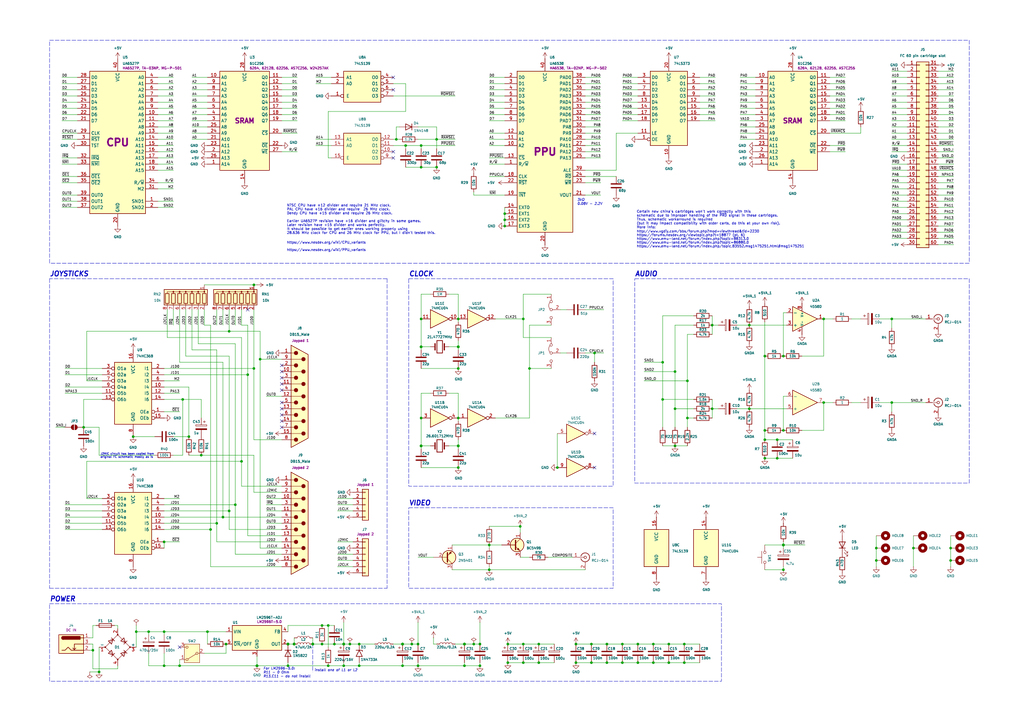
<source format=kicad_sch>
(kicad_sch (version 20231120) (generator "eeschema") (generator_version "8.0")
  (paper "A3")
  (title_block (title "Dendy") (date "2025-06-08") (rev "B1") (company "Eugene Lozovoy") (comment 1 "Based on original Famicom, HardWareMan, megawalkman, lm2000, HotPixel schematics") (comment 2 "Famicom/NES clone"))
  (junction (at 77.47 179.07))
  (junction (at 337.82 130.81))
  (junction (at 220.98 264.16))
  (junction (at 248.92 264.16))
  (junction (at 147.32 273.05))
  (junction (at 292.1 133.35))
  (junction (at 236.22 264.16))
  (junction (at 200.66 233.68))
  (junction (at 359.41 224.79))
  (junction (at 172.72 68.58))
  (junction (at 318.77 187.96))
  (junction (at 281.94 171.45))
  (junction (at 82.55 186.69))
  (junction (at 271.78 163.83))
  (junction (at 172.72 171.45))
  (junction (at 132.08 264.16))
  (junction (at 99.06 189.23))
  (junction (at 171.45 264.16))
  (junction (at 147.32 264.16))
  (junction (at 172.72 59.69))
  (junction (at 166.37 59.69))
  (junction (at 196.85 273.05))
  (junction (at 93.98 135.89))
  (junction (at 187.96 191.77))
  (junction (at 132.08 256.54))
  (junction (at 208.28 271.78))
  (junction (at 374.65 224.79))
  (junction (at 255.27 271.78))
  (junction (at 214.63 271.78))
  (junction (at 165.1 264.16) (diameter 1.016))
  (junction (at 242.57 271.78))
  (junction (at 243.84 144.78))
  (junction (at 105.41 273.05) (diameter 1.016))
  (junction (at 359.41 229.87))
  (junction (at 91.44 212.09))
  (junction (at 168.91 264.16))
  (junction (at 118.11 273.05))
  (junction (at 220.98 271.78))
  (junction (at 313.69 187.96))
  (junction (at 67.31 273.05))
  (junction (at 96.52 207.01))
  (junction (at 134.62 256.54))
  (junction (at 365.76 165.1))
  (junction (at 200.66 223.52))
  (junction (at 179.07 57.15))
  (junction (at 207.01 92.71))
  (junction (at 101.6 153.67))
  (junction (at 187.96 171.45))
  (junction (at 104.14 151.13))
  (junction (at 187.96 182.88) (diameter 1.016))
  (junction (at 162.56 57.15))
  (junction (at 67.31 222.25))
  (junction (at 337.82 165.1))
  (junction (at 137.16 264.16))
  (junction (at 248.92 271.78))
  (junction (at 143.51 264.16))
  (junction (at 213.36 215.9))
  (junction (at 190.5 273.05))
  (junction (at 120.65 264.16) (diameter 1.016))
  (junction (at 236.22 271.78))
  (junction (at 187.96 151.13))
  (junction (at 74.93 163.83))
  (junction (at 134.62 273.05))
  (junction (at 38.1 266.7))
  (junction (at 165.1 273.05))
  (junction (at 118.11 264.16) (diameter 1.016))
  (junction (at 171.45 273.05))
  (junction (at 321.31 223.52) (diameter 1.016))
  (junction (at 267.97 271.78))
  (junction (at 92.71 264.16))
  (junction (at 67.31 259.08))
  (junction (at 274.32 264.16))
  (junction (at 140.97 264.16) (diameter 1.016))
  (junction (at 271.78 148.59))
  (junction (at 172.72 130.81))
  (junction (at 55.88 259.08))
  (junction (at 34.29 175.26))
  (junction (at 40.64 275.59))
  (junction (at 242.57 264.16))
  (junction (at 196.85 264.16))
  (junction (at 321.31 233.68))
  (junction (at 85.09 259.08))
  (junction (at 255.27 264.16))
  (junction (at 140.97 273.05))
  (junction (at 318.77 180.34))
  (junction (at 267.97 264.16))
  (junction (at 104.14 116.84))
  (junction (at 172.72 182.88) (diameter 1.016))
  (junction (at 106.68 147.32))
  (junction (at 261.62 271.78))
  (junction (at 321.31 146.05))
  (junction (at 208.28 264.16))
  (junction (at 86.36 217.17))
  (junction (at 276.86 152.4))
  (junction (at 365.76 130.81))
  (junction (at 313.69 146.05))
  (junction (at 190.5 264.16) (diameter 1.016))
  (junction (at 307.34 167.64))
  (junction (at 313.69 176.53))
  (junction (at 128.27 264.16) (diameter 1.016))
  (junction (at 214.63 130.81))
  (junction (at 60.96 259.08))
  (junction (at 214.63 264.16))
  (junction (at 389.89 229.87))
  (junction (at 276.86 182.88))
  (junction (at 228.6 191.77))
  (junction (at 389.89 224.79))
  (junction (at 313.69 180.34))
  (junction (at 292.1 167.64))
  (junction (at 88.9 214.63))
  (junction (at 179.07 68.58))
  (junction (at 207.01 90.17))
  (junction (at 73.66 273.05))
  (junction (at 261.62 264.16))
  (junction (at 280.67 271.78))
  (junction (at 280.67 264.16))
  (junction (at 274.32 271.78))
  (junction (at 194.31 264.16))
  (junction (at 54.61 179.07))
  (junction (at 276.86 167.64))
  (junction (at 207.01 87.63))
  (junction (at 172.72 142.24) (diameter 1.016))
  (junction (at 93.98 209.55))
  (junction (at 281.94 156.21))
  (junction (at 307.34 133.35))
  (junction (at 187.96 142.24) (diameter 1.016))
  (junction (at 217.17 151.13))
  (junction (at 321.31 176.53))
  (junction (at 187.96 130.81))
  (no_connect (at 115.57 157.48))
  (no_connect (at 115.57 165.1))
  (no_connect (at 115.57 160.02))
  (no_connect (at 243.84 177.8))
  (no_connect (at 115.57 154.94))
  (no_connect (at 115.57 172.72))
  (no_connect (at 115.57 152.4))
  (no_connect (at 161.29 31.75))
  (no_connect (at 115.57 175.26))
  (no_connect (at 115.57 149.86))
  (no_connect (at 161.29 62.23))
  (no_connect (at 161.29 64.77))
  (no_connect (at 101.6 127))
  (no_connect (at 161.29 36.83))
  (no_connect (at 73.66 265.43))
  (no_connect (at 115.57 170.18))
  (no_connect (at 243.84 191.77))
  (no_connect (at 115.57 167.64))
  (wire (pts (xy 292.1 137.16) (xy 292.1 133.35)))
  (wire (pts (xy 261.62 49.53) (xy 255.27 49.53)))
  (wire (pts (xy 55.88 259.08) (xy 60.96 259.08)))
  (wire (pts (xy 261.62 36.83) (xy 255.27 36.83)))
  (wire (pts (xy 293.37 46.99) (xy 287.02 46.99)))
  (wire (pts (xy 271.78 163.83) (xy 271.78 175.26)))
  (wire (pts (xy 365.76 72.39) (xy 372.11 72.39)))
  (wire (pts (xy 121.92 54.61) (xy 115.57 54.61)))
  (wire (pts (xy 187.96 139.7) (xy 187.96 142.24)))
  (wire (pts (xy 73.66 270.51) (xy 73.66 273.05)))
  (wire (pts (xy 365.76 87.63) (xy 372.11 87.63)))
  (wire (pts (xy 104.14 186.69) (xy 104.14 201.93)))
  (wire (pts (xy 346.71 39.37) (xy 340.36 39.37)))
  (wire (pts (xy 71.12 54.61) (xy 64.77 54.61)))
  (wire (pts (xy 166.37 34.29) (xy 166.37 45.72)))
  (wire (pts (xy 138.43 207.01) (xy 144.78 207.01)))
  (wire (pts (xy 229.87 144.78) (xy 232.41 144.78)))
  (wire (pts (xy 276.86 167.64) (xy 276.86 175.26)))
  (wire (pts (xy 138.43 232.41) (xy 144.78 232.41)))
  (wire (pts (xy 200.66 46.99) (xy 207.01 46.99)))
  (wire (pts (xy 303.53 46.99) (xy 309.88 46.99)))
  (wire (pts (xy 115.57 147.32) (xy 106.68 147.32)))
  (wire (pts (xy 35.56 135.89) (xy 35.56 156.21)))
  (wire (pts (xy 73.66 127) (xy 73.66 148.59)))
  (wire (pts (xy 99.06 189.23) (xy 99.06 199.39)))
  (wire (pts (xy 172.72 171.45) (xy 172.72 182.88)))
  (wire (pts (xy 22.86 175.26) (xy 26.67 175.26)))
  (wire (pts (xy 129.54 57.15) (xy 135.89 57.15)))
  (wire (pts (xy 172.72 59.69) (xy 186.69 59.69)))
  (wire (pts (xy 71.12 64.77) (xy 64.77 64.77)))
  (wire (pts (xy 161.29 264.16) (xy 165.1 264.16)))
  (wire (pts (xy 105.41 269.24) (xy 105.41 273.05)))
  (wire (pts (xy 109.22 204.47) (xy 115.57 204.47)))
  (wire (pts (xy 38.1 261.62) (xy 36.83 261.62)))
  (wire (pts (xy 38.1 264.16) (xy 38.1 266.7)))
  (wire (pts (xy 92.71 264.16) (xy 92.71 267.97)))
  (wire (pts (xy 214.63 138.43) (xy 226.06 138.43)))
  (wire (pts (xy 217.17 151.13) (xy 226.06 151.13)))
  (wire (pts (xy 104.14 180.34) (xy 104.14 151.13)))
  (wire (pts (xy 25.4 82.55) (xy 31.75 82.55)))
  (wire (pts (xy 337.82 130.81) (xy 341.63 130.81)))
  (wire (pts (xy 246.38 62.23) (xy 240.03 62.23)))
  (wire (pts (xy 109.22 209.55) (xy 115.57 209.55)))
  (wire (pts (xy 303.53 36.83) (xy 309.88 36.83)))
  (wire (pts (xy 172.72 161.29) (xy 176.53 161.29)))
  (wire (pts (xy 365.76 62.23) (xy 372.11 62.23)))
  (wire (pts (xy 200.66 223.52) (xy 205.74 223.52)))
  (wire (pts (xy 35.56 204.47) (xy 41.91 204.47)))
  (wire (pts (xy 303.53 52.07) (xy 309.88 52.07)))
  (wire (pts (xy 293.37 31.75) (xy 287.02 31.75)))
  (wire (pts (xy 243.84 148.59) (xy 243.84 144.78)))
  (wire (pts (xy 337.82 130.81) (xy 337.82 146.05)))
  (wire (pts (xy 118.11 264.16) (xy 120.65 264.16)))
  (wire (pts (xy 384.81 100.33) (xy 391.16 100.33)))
  (wire (pts (xy 187.96 120.65) (xy 187.96 130.81)))
  (wire (pts (xy 243.84 144.78) (xy 240.03 144.78)))
  (wire (pts (xy 337.82 165.1) (xy 341.63 165.1)))
  (wire (pts (xy 293.37 41.91) (xy 287.02 41.91)))
  (wire (pts (xy 41.91 209.55) (xy 26.67 209.55)))
  (wire (pts (xy 25.4 34.29) (xy 31.75 34.29)))
  (wire (pts (xy 292.1 167.64) (xy 294.64 167.64)))
  (wire (pts (xy 60.96 259.08) (xy 60.96 260.35)))
  (wire (pts (xy 36.83 264.16) (xy 38.1 264.16)))
  (wire (pts (xy 194.31 80.01) (xy 194.31 78.74)))
  (wire (pts (xy 184.15 120.65) (xy 187.96 120.65)))
  (wire (pts (xy 179.07 57.15) (xy 179.07 60.96)))
  (wire (pts (xy 365.76 130.81) (xy 365.76 134.62)))
  (wire (pts (xy 346.71 31.75) (xy 340.36 31.75)))
  (wire (pts (xy 252.73 54.61) (xy 261.62 54.61)))
  (wire (pts (xy 41.91 212.09) (xy 26.67 212.09)))
  (wire (pts (xy 105.41 273.05) (xy 118.11 273.05)))
  (wire (pts (xy 161.29 34.29) (xy 166.37 34.29)))
  (wire (pts (xy 281.94 171.45) (xy 281.94 156.21)))
  (wire (pts (xy 179.07 57.15) (xy 186.69 57.15)))
  (wire (pts (xy 226.06 133.35) (xy 217.17 133.35)))
  (wire (pts (xy 46.99 256.54) (xy 48.26 256.54)))
  (wire (pts (xy 161.29 39.37) (xy 186.69 39.37)))
  (wire (pts (xy 242.57 271.78) (xy 248.92 271.78)))
  (wire (pts (xy 200.66 36.83) (xy 207.01 36.83)))
  (wire (pts (xy 109.22 214.63) (xy 115.57 214.63)))
  (wire (pts (xy 292.1 129.54) (xy 292.1 133.35)))
  (wire (pts (xy 365.76 46.99) (xy 372.11 46.99)))
  (wire (pts (xy 25.4 85.09) (xy 31.75 85.09)))
  (wire (pts (xy 321.31 222.25) (xy 321.31 223.52)))
  (wire (pts (xy 171.45 255.27) (xy 171.45 264.16)))
  (wire (pts (xy 365.76 130.81) (xy 379.73 130.81)))
  (wire (pts (xy 365.76 29.21) (xy 372.11 29.21)))
  (wire (pts (xy 246.38 49.53) (xy 240.03 49.53)))
  (wire (pts (xy 25.4 44.45) (xy 31.75 44.45)))
  (wire (pts (xy 190.5 273.05) (xy 190.5 271.78)))
  (wire (pts (xy 303.53 49.53) (xy 309.88 49.53)))
  (wire (pts (xy 236.22 271.78) (xy 242.57 271.78)))
  (wire (pts (xy 185.42 233.68) (xy 200.66 233.68)))
  (wire (pts (xy 115.57 199.39) (xy 99.06 199.39)))
  (wire (pts (xy 176.53 142.24) (xy 172.72 142.24)))
  (wire (pts (xy 67.31 158.75) (xy 77.47 158.75)))
  (wire (pts (xy 187.96 130.81) (xy 187.96 132.08)))
  (wire (pts (xy 292.1 163.83) (xy 292.1 167.64)))
  (polyline (pts (xy 20.32 241.3) (xy 158.75 241.3)) (stroke (width 0) (type dash)))
  (wire (pts (xy 391.16 82.55) (xy 384.81 82.55)))
  (polyline (pts (xy 20.32 114.3) (xy 20.32 241.3)) (stroke (width 0) (type dash)))
  (wire (pts (xy 261.62 46.99) (xy 255.27 46.99)))
  (wire (pts (xy 346.71 59.69) (xy 340.36 59.69)))
  (polyline (pts (xy 158.75 114.3) (xy 20.32 114.3)) (stroke (width 0) (type dash)))
  (wire (pts (xy 261.62 34.29) (xy 255.27 34.29)))
  (wire (pts (xy 293.37 34.29) (xy 287.02 34.29)))
  (wire (pts (xy 248.92 271.78) (xy 255.27 271.78)))
  (wire (pts (xy 384.81 69.85) (xy 391.16 69.85)))
  (wire (pts (xy 40.64 265.43) (xy 40.64 275.59)))
  (wire (pts (xy 91.44 133.35) (xy 91.44 127)))
  (wire (pts (xy 389.89 224.79) (xy 389.89 229.87)))
  (wire (pts (xy 40.64 175.26) (xy 40.64 186.69)))
  (wire (pts (xy 91.44 148.59) (xy 91.44 212.09)))
  (wire (pts (xy 246.38 59.69) (xy 240.03 59.69)))
  (wire (pts (xy 138.43 204.47) (xy 144.78 204.47)))
  (wire (pts (xy 118.11 273.05) (xy 134.62 273.05)))
  (wire (pts (xy 88.9 143.51) (xy 78.74 143.51)))
  (wire (pts (xy 71.12 77.47) (xy 64.77 77.47)))
  (wire (pts (xy 99.06 127) (xy 99.06 133.35)))
  (wire (pts (xy 365.76 34.29) (xy 372.11 34.29)))
  (wire (pts (xy 140.97 264.16) (xy 143.51 264.16)))
  (wire (pts (xy 271.78 148.59) (xy 271.78 163.83)))
  (wire (pts (xy 93.98 217.17) (xy 93.98 209.55)))
  (wire (pts (xy 391.16 34.29) (xy 384.81 34.29)))
  (wire (pts (xy 276.86 133.35) (xy 276.86 152.4)))
  (wire (pts (xy 109.22 207.01) (xy 115.57 207.01)))
  (wire (pts (xy 85.09 259.08) (xy 92.71 259.08)))
  (wire (pts (xy 346.71 41.91) (xy 340.36 41.91)))
  (wire (pts (xy 318.77 180.34) (xy 325.12 180.34)))
  (wire (pts (xy 68.58 138.43) (xy 99.06 138.43)))
  (wire (pts (xy 187.96 171.45) (xy 187.96 172.72)))
  (wire (pts (xy 349.25 165.1) (xy 353.06 165.1)))
  (wire (pts (xy 246.38 44.45) (xy 240.03 44.45)))
  (wire (pts (xy 384.81 97.79) (xy 391.16 97.79)))
  (wire (pts (xy 55.88 259.08) (xy 55.88 265.43)))
  (wire (pts (xy 365.76 165.1) (xy 379.73 165.1)))
  (wire (pts (xy 73.66 161.29) (xy 67.31 161.29)))
  (wire (pts (xy 140.97 273.05) (xy 147.32 273.05)))
  (wire (pts (xy 236.22 264.16) (xy 242.57 264.16)))
  (wire (pts (xy 115.57 227.33) (xy 96.52 227.33)))
  (wire (pts (xy 132.08 256.54) (xy 134.62 256.54)))
  (wire (pts (xy 321.31 224.79) (xy 321.31 223.52)))
  (wire (pts (xy 73.66 168.91) (xy 67.31 168.91)))
  (wire (pts (xy 365.76 44.45) (xy 372.11 44.45)))
  (wire (pts (xy 60.96 273.05) (xy 67.31 273.05)))
  (wire (pts (xy 71.12 133.35) (xy 71.12 127)))
  (wire (pts (xy 176.53 182.88) (xy 172.72 182.88)))
  (wire (pts (xy 384.81 92.71) (xy 391.16 92.71)))
  (wire (pts (xy 391.16 62.23) (xy 384.81 62.23)))
  (wire (pts (xy 78.74 46.99) (xy 85.09 46.99)))
  (wire (pts (xy 161.29 57.15) (xy 162.56 57.15)))
  (wire (pts (xy 34.29 163.83) (xy 34.29 175.26)))
  (wire (pts (xy 200.66 34.29) (xy 207.01 34.29)))
  (wire (pts (xy 365.76 52.07) (xy 372.11 52.07)))
  (wire (pts (xy 92.71 267.97) (xy 83.82 267.97)))
  (wire (pts (xy 337.82 176.53) (xy 328.93 176.53)))
  (wire (pts (xy 101.6 219.71) (xy 115.57 219.71)))
  (wire (pts (xy 391.16 59.69) (xy 384.81 59.69)))
  (wire (pts (xy 41.91 217.17) (xy 26.67 217.17)))
  (wire (pts (xy 104.14 127) (xy 104.14 151.13)))
  (wire (pts (xy 121.92 46.99) (xy 115.57 46.99)))
  (wire (pts (xy 104.14 116.84) (xy 105.41 116.84)))
  (wire (pts (xy 203.2 171.45) (xy 217.17 171.45)))
  (wire (pts (xy 313.69 132.08) (xy 313.69 146.05)))
  (wire (pts (xy 313.69 180.34) (xy 318.77 180.34)))
  (wire (pts (xy 120.65 261.62) (xy 120.65 264.16)))
  (wire (pts (xy 360.68 130.81) (xy 365.76 130.81)))
  (wire (pts (xy 200.66 49.53) (xy 207.01 49.53)))
  (wire (pts (xy 115.57 217.17) (xy 93.98 217.17)))
  (wire (pts (xy 246.38 54.61) (xy 240.03 54.61)))
  (wire (pts (xy 240.03 69.85) (xy 252.73 69.85)))
  (wire (pts (xy 184.15 182.88) (xy 187.96 182.88)))
  (wire (pts (xy 172.72 59.69) (xy 172.72 60.96)))
  (wire (pts (xy 71.12 49.53) (xy 64.77 49.53)))
  (wire (pts (xy 41.91 151.13) (xy 26.67 151.13)))
  (wire (pts (xy 365.76 36.83) (xy 372.11 36.83)))
  (wire (pts (xy 217.17 133.35) (xy 217.17 151.13)))
  (wire (pts (xy 313.69 233.68) (xy 321.31 233.68)))
  (wire (pts (xy 391.16 80.01) (xy 384.81 80.01)))
  (wire (pts (xy 255.27 264.16) (xy 261.62 264.16)))
  (wire (pts (xy 25.4 64.77) (xy 31.75 64.77)))
  (wire (pts (xy 207.01 67.31) (xy 200.66 67.31)))
  (wire (pts (xy 81.28 140.97) (xy 96.52 140.97)))
  (wire (pts (xy 25.4 67.31) (xy 31.75 67.31)))
  (wire (pts (xy 71.12 67.31) (xy 64.77 67.31)))
  (wire (pts (xy 307.34 133.35) (xy 322.58 133.35)))
  (wire (pts (xy 36.83 266.7) (xy 38.1 266.7)))
  (wire (pts (xy 67.31 212.09) (xy 91.44 212.09)))
  (wire (pts (xy 293.37 44.45) (xy 287.02 44.45)))
  (wire (pts (xy 213.36 228.6) (xy 217.17 228.6)))
  (wire (pts (xy 121.92 39.37) (xy 115.57 39.37)))
  (wire (pts (xy 271.78 129.54) (xy 271.78 148.59)))
  (wire (pts (xy 365.76 31.75) (xy 372.11 31.75)))
  (wire (pts (xy 35.56 189.23) (xy 99.06 189.23)))
  (wire (pts (xy 25.4 39.37) (xy 31.75 39.37)))
  (wire (pts (xy 93.98 127) (xy 93.98 135.89)))
  (wire (pts (xy 172.72 68.58) (xy 179.07 68.58)))
  (wire (pts (xy 168.91 264.16) (xy 171.45 264.16)))
  (wire (pts (xy 365.76 85.09) (xy 372.11 85.09)))
  (wire (pts (xy 121.92 34.29) (xy 115.57 34.29)))
  (wire (pts (xy 41.91 214.63) (xy 26.67 214.63)))
  (wire (pts (xy 240.03 72.39) (xy 252.73 72.39)))
  (wire (pts (xy 313.69 187.96) (xy 318.77 187.96)))
  (wire (pts (xy 64.77 85.09) (xy 71.12 85.09)))
  (wire (pts (xy 78.74 41.91) (xy 85.09 41.91)))
  (wire (pts (xy 307.34 167.64) (xy 322.58 167.64)))
  (wire (pts (xy 365.76 97.79) (xy 372.11 97.79)))
  (wire (pts (xy 340.36 54.61) (xy 353.06 54.61)))
  (wire (pts (xy 140.97 273.05) (xy 140.97 271.78)))
  (wire (pts (xy 67.31 267.97) (xy 67.31 273.05)))
  (wire (pts (xy 71.12 34.29) (xy 64.77 34.29)))
  (wire (pts (xy 365.76 82.55) (xy 372.11 82.55)))
  (wire (pts (xy 25.4 72.39) (xy 31.75 72.39)))
  (wire (pts (xy 359.41 224.79) (xy 359.41 229.87)))
  (wire (pts (xy 78.74 57.15) (xy 85.09 57.15)))
  (wire (pts (xy 184.15 142.24) (xy 187.96 142.24)))
  (wire (pts (xy 293.37 49.53) (xy 287.02 49.53)))
  (wire (pts (xy 391.16 90.17) (xy 384.81 90.17)))
  (wire (pts (xy 271.78 163.83) (xy 284.48 163.83)))
  (wire (pts (xy 71.12 62.23) (xy 64.77 62.23)))
  (wire (pts (xy 73.66 273.05) (xy 105.41 273.05)))
  (wire (pts (xy 281.94 171.45) (xy 284.48 171.45)))
  (wire (pts (xy 365.76 80.01) (xy 372.11 80.01)))
  (wire (pts (xy 365.76 165.1) (xy 365.76 168.91)))
  (wire (pts (xy 177.8 264.16) (xy 179.07 264.16)))
  (wire (pts (xy 172.72 142.24) (xy 172.72 143.51)))
  (wire (pts (xy 67.31 207.01) (xy 96.52 207.01)))
  (wire (pts (xy 228.6 177.8) (xy 228.6 191.77)))
  (wire (pts (xy 60.96 259.08) (xy 67.31 259.08)))
  (wire (pts (xy 88.9 214.63) (xy 88.9 222.25)))
  (wire (pts (xy 78.74 127) (xy 78.74 143.51)))
  (wire (pts (xy 302.26 167.64) (xy 307.34 167.64)))
  (wire (pts (xy 161.29 59.69) (xy 166.37 59.69)))
  (wire (pts (xy 200.66 44.45) (xy 207.01 44.45)))
  (wire (pts (xy 321.31 128.27) (xy 321.31 146.05)))
  (wire (pts (xy 261.62 39.37) (xy 255.27 39.37)))
  (wire (pts (xy 85.09 259.08) (xy 85.09 264.16)))
  (wire (pts (xy 165.1 273.05) (xy 165.1 271.78)))
  (wire (pts (xy 93.98 146.05) (xy 76.2 146.05)))
  (wire (pts (xy 91.44 148.59) (xy 73.66 148.59)))
  (wire (pts (xy 25.4 74.93) (xy 31.75 74.93)))
  (wire (pts (xy 41.91 163.83) (xy 34.29 163.83)))
  (wire (pts (xy 391.16 57.15) (xy 384.81 57.15)))
  (wire (pts (xy 247.65 144.78) (xy 243.84 144.78)))
  (wire (pts (xy 226.06 120.65) (xy 214.63 120.65)))
  (wire (pts (xy 172.72 151.13) (xy 187.96 151.13)))
  (wire (pts (xy 166.37 68.58) (xy 172.72 68.58)))
  (wire (pts (xy 88.9 143.51) (xy 88.9 214.63)))
  (wire (pts (xy 313.69 176.53) (xy 313.69 180.34)))
  (wire (pts (xy 346.71 49.53) (xy 340.36 49.53)))
  (wire (pts (xy 71.12 41.91) (xy 64.77 41.91)))
  (wire (pts (xy 271.78 182.88) (xy 276.86 182.88)))
  (wire (pts (xy 217.17 151.13) (xy 217.17 171.45)))
  (wire (pts (xy 280.67 271.78) (xy 287.02 271.78)))
  (wire (pts (xy 391.16 49.53) (xy 384.81 49.53)))
  (wire (pts (xy 86.36 217.17) (xy 86.36 232.41)))
  (wire (pts (xy 166.37 45.72) (xy 134.62 45.72)))
  (wire (pts (xy 391.16 46.99) (xy 384.81 46.99)))
  (wire (pts (xy 330.2 223.52) (xy 321.31 223.52)))
  (wire (pts (xy 391.16 52.07) (xy 384.81 52.07)))
  (wire (pts (xy 391.16 67.31) (xy 384.81 67.31)))
  (wire (pts (xy 365.76 95.25) (xy 372.11 95.25)))
  (wire (pts (xy 71.12 44.45) (xy 64.77 44.45)))
  (wire (pts (xy 242.57 264.16) (xy 248.92 264.16)))
  (wire (pts (xy 172.72 130.81) (xy 172.72 142.24)))
  (wire (pts (xy 147.32 264.16) (xy 153.67 264.16)))
  (wire (pts (xy 35.56 156.21) (xy 41.91 156.21)))
  (wire (pts (xy 55.88 256.54) (xy 55.88 259.08)))
  (wire (pts (xy 115.57 62.23) (xy 121.92 62.23)))
  (wire (pts (xy 41.91 161.29) (xy 26.67 161.29)))
  (wire (pts (xy 71.12 52.07) (xy 64.77 52.07)))
  (wire (pts (xy 391.16 29.21) (xy 384.81 29.21)))
  (wire (pts (xy 67.31 259.08) (xy 85.09 259.08)))
  (wire (pts (xy 71.12 69.85) (xy 64.77 69.85)))
  (wire (pts (xy 353.06 52.07) (xy 353.06 54.61)))
  (wire (pts (xy 214.63 271.78) (xy 220.98 271.78)))
  (wire (pts (xy 261.62 264.16) (xy 267.97 264.16)))
  (wire (pts (xy 261.62 44.45) (xy 255.27 44.45)))
  (wire (pts (xy 214.63 120.65) (xy 214.63 130.81)))
  (wire (pts (xy 93.98 146.05) (xy 93.98 209.55)))
  (wire (pts (xy 321.31 162.56) (xy 321.31 176.53)))
  (wire (pts (xy 313.69 146.05) (xy 313.69 176.53)))
  (wire (pts (xy 83.82 127) (xy 83.82 133.35)))
  (wire (pts (xy 78.74 54.61) (xy 85.09 54.61)))
  (wire (pts (xy 293.37 39.37) (xy 287.02 39.37)))
  (wire (pts (xy 71.12 59.69) (xy 64.77 59.69)))
  (wire (pts (xy 384.81 95.25) (xy 391.16 95.25)))
  (wire (pts (xy 246.38 41.91) (xy 240.03 41.91)))
  (wire (pts (xy 41.91 207.01) (xy 26.67 207.01)))
  (wire (pts (xy 374.65 224.79) (xy 374.65 232.41)))
  (wire (pts (xy 200.66 54.61) (xy 207.01 54.61)))
  (wire (pts (xy 200.66 224.79) (xy 200.66 223.52)))
  (wire (pts (xy 365.76 41.91) (xy 372.11 41.91)))
  (wire (pts (xy 200.66 64.77) (xy 207.01 64.77)))
  (wire (pts (xy 134.62 273.05) (xy 140.97 273.05)))
  (wire (pts (xy 41.91 153.67) (xy 26.67 153.67)))
  (wire (pts (xy 207.01 90.17) (xy 207.01 92.71)))
  (wire (pts (xy 121.92 36.83) (xy 115.57 36.83)))
  (wire (pts (xy 337.82 165.1) (xy 337.82 176.53)))
  (wire (pts (xy 322.58 162.56) (xy 321.31 162.56)))
  (wire (pts (xy 83.82 133.35) (xy 86.36 133.35)))
  (wire (pts (xy 93.98 135.89) (xy 106.68 135.89)))
  (wire (pts (xy 200.66 39.37) (xy 207.01 39.37)))
  (wire (pts (xy 246.38 36.83) (xy 240.03 36.83)))
  (wire (pts (xy 134.62 256.54) (xy 134.62 265.43)))
  (wire (pts (xy 81.28 127) (xy 81.28 140.97)))
  (wire (pts (xy 88.9 133.35) (xy 88.9 127)))
  (wire (pts (xy 67.31 222.25) (xy 67.31 224.79)))
  (wire (pts (xy 292.1 133.35) (xy 294.64 133.35)))
  (wire (pts (xy 25.4 80.01) (xy 31.75 80.01)))
  (wire (pts (xy 78.74 34.29) (xy 85.09 34.29)))
  (wire (pts (xy 220.98 271.78) (xy 227.33 271.78)))
  (wire (pts (xy 82.55 171.45) (xy 82.55 163.83)))
  (wire (pts (xy 78.74 39.37) (xy 85.09 39.37)))
  (wire (pts (xy 67.31 214.63) (xy 88.9 214.63)))
  (wire (pts (xy 128.27 261.62) (xy 128.27 264.16)))
  (wire (pts (xy 391.16 77.47) (xy 384.81 77.47)))
  (wire (pts (xy 246.38 31.75) (xy 240.03 31.75)))
  (wire (pts (xy 73.66 222.25) (xy 67.31 222.25)))
  (wire (pts (xy 138.43 209.55) (xy 144.78 209.55)))
  (wire (pts (xy 106.68 147.32) (xy 106.68 224.79)))
  (wire (pts (xy 318.77 187.96) (xy 325.12 187.96)))
  (wire (pts (xy 200.66 57.15) (xy 207.01 57.15)))
  (wire (pts (xy 194.31 80.01) (xy 207.01 80.01)))
  (wire (pts (xy 346.71 62.23) (xy 340.36 62.23)))
  (wire (pts (xy 86.36 133.35) (xy 86.36 217.17)))
  (wire (pts (xy 171.45 273.05) (xy 190.5 273.05)))
  (wire (pts (xy 118.11 256.54) (xy 132.08 256.54)))
  (wire (pts (xy 48.26 273.05) (xy 48.26 274.32)))
  (wire (pts (xy 200.66 41.91) (xy 207.01 41.91)))
  (wire (pts (xy 138.43 229.87) (xy 144.78 229.87)))
  (wire (pts (xy 248.92 264.16) (xy 255.27 264.16)))
  (wire (pts (xy 276.86 167.64) (xy 276.86 152.4)))
  (wire (pts (xy 25.4 41.91) (xy 31.75 41.91)))
  (wire (pts (xy 246.38 80.01) (xy 240.03 80.01)))
  (wire (pts (xy 346.71 36.83) (xy 340.36 36.83)))
  (wire (pts (xy 147.32 273.05) (xy 147.32 271.78)))
  (wire (pts (xy 162.56 57.15) (xy 163.83 57.15)))
  (wire (pts (xy 67.31 217.17) (xy 86.36 217.17)))
  (wire (pts (xy 274.32 264.16) (xy 280.67 264.16)))
  (wire (pts (xy 365.76 77.47) (xy 372.11 77.47)))
  (wire (pts (xy 166.37 59.69) (xy 172.72 59.69)))
  (wire (pts (xy 25.4 54.61) (xy 31.75 54.61)))
  (wire (pts (xy 121.92 41.91) (xy 115.57 41.91)))
  (wire (pts (xy 246.38 74.93) (xy 240.03 74.93)))
  (wire (pts (xy 391.16 41.91) (xy 384.81 41.91)))
  (wire (pts (xy 200.66 215.9) (xy 213.36 215.9)))
  (wire (pts (xy 115.57 232.41) (xy 86.36 232.41)))
  (wire (pts (xy 359.41 219.71) (xy 359.41 224.79)))
  (wire (pts (xy 71.12 179.07) (xy 77.47 179.07)))
  (wire (pts (xy 25.4 46.99) (xy 31.75 46.99)))
  (wire (pts (xy 346.71 46.99) (xy 340.36 46.99)))
  (wire (pts (xy 234.95 228.6) (xy 224.79 228.6)))
  (wire (pts (xy 214.63 130.81) (xy 214.63 138.43)))
  (wire (pts (xy 35.56 135.89) (xy 93.98 135.89)))
  (wire (pts (xy 36.83 275.59) (xy 40.64 275.59)))
  (wire (pts (xy 261.62 31.75) (xy 255.27 31.75)))
  (wire (pts (xy 140.97 255.27) (xy 140.97 264.16)))
  (wire (pts (xy 303.53 57.15) (xy 309.88 57.15)))
  (wire (pts (xy 365.76 67.31) (xy 372.11 67.31)))
  (wire (pts (xy 264.16 156.21) (xy 281.94 156.21)))
  (wire (pts (xy 365.76 90.17) (xy 372.11 90.17)))
  (wire (pts (xy 78.74 49.53) (xy 85.09 49.53)))
  (wire (pts (xy 313.69 223.52) (xy 321.31 223.52)))
  (wire (pts (xy 267.97 264.16) (xy 274.32 264.16)))
  (wire (pts (xy 171.45 57.15) (xy 179.07 57.15)))
  (wire (pts (xy 38.1 274.32) (xy 48.26 274.32)))
  (wire (pts (xy 284.48 137.16) (xy 281.94 137.16)))
  (wire (pts (xy 143.51 264.16) (xy 147.32 264.16)))
  (wire (pts (xy 121.92 44.45) (xy 115.57 44.45)))
  (wire (pts (xy 365.76 92.71) (xy 372.11 92.71)))
  (wire (pts (xy 365.76 54.61) (xy 372.11 54.61)))
  (wire (pts (xy 25.4 31.75) (xy 31.75 31.75)))
  (wire (pts (xy 99.06 133.35) (xy 101.6 133.35)))
  (wire (pts (xy 200.66 233.68) (xy 240.03 233.68)))
  (wire (pts (xy 166.37 59.69) (xy 166.37 60.96)))
  (wire (pts (xy 200.66 232.41) (xy 200.66 233.68)))
  (wire (pts (xy 391.16 64.77) (xy 384.81 64.77)))
  (wire (pts (xy 246.38 39.37) (xy 240.03 39.37)))
  (wire (pts (xy 246.38 64.77) (xy 240.03 64.77)))
  (wire (pts (xy 171.45 273.05) (xy 171.45 271.78)))
  (wire (pts (xy 71.12 36.83) (xy 64.77 36.83)))
  (wire (pts (xy 138.43 227.33) (xy 144.78 227.33)))
  (wire (pts (xy 303.53 41.91) (xy 309.88 41.91)))
  (wire (pts (xy 132.08 264.16) (xy 137.16 264.16)))
  (wire (pts (xy 303.53 44.45) (xy 309.88 44.45)))
  (wire (pts (xy 246.38 46.99) (xy 240.03 46.99)))
  (wire (pts (xy 391.16 39.37) (xy 384.81 39.37)))
  (wire (pts (xy 172.72 120.65) (xy 176.53 120.65)))
  (wire (pts (xy 162.56 57.15) (xy 162.56 52.07)))
  (wire (pts (xy 246.38 34.29) (xy 240.03 34.29)))
  (wire (pts (xy 267.97 271.78) (xy 274.32 271.78)))
  (wire (pts (xy 346.71 34.29) (xy 340.36 34.29)))
  (wire (pts (xy 129.54 34.29) (xy 135.89 34.29)))
  (wire (pts (xy 346.71 44.45) (xy 340.36 44.45)))
  (wire (pts (xy 374.65 224.79) (xy 374.65 219.71)))
  (wire (pts (xy 303.53 54.61) (xy 309.88 54.61)))
  (wire (pts (xy 187.96 182.88) (xy 187.96 184.15)))
  (wire (pts (xy 35.56 189.23) (xy 35.56 204.47)))
  (wire (pts (xy 391.16 54.61) (xy 384.81 54.61)))
  (wire (pts (xy 303.53 34.29) (xy 309.88 34.29)))
  (wire (pts (xy 134.62 256.54) (xy 137.16 256.54)))
  (wire (pts (xy 129.54 31.75) (xy 135.89 31.75)))
  (wire (pts (xy 68.58 127) (xy 68.58 138.43)))
  (wire (pts (xy 60.96 267.97) (xy 60.96 273.05)))
  (wire (pts (xy 194.31 264.16) (xy 196.85 264.16)))
  (wire (pts (xy 74.93 163.83) (xy 74.93 186.69)))
  (wire (pts (xy 38.1 256.54) (xy 39.37 256.54)))
  (wire (pts (xy 128.27 264.16) (xy 132.08 264.16)))
  (wire (pts (xy 184.15 161.29) (xy 187.96 161.29)))
  (wire (pts (xy 67.31 153.67) (xy 101.6 153.67)))
  (wire (pts (xy 389.89 229.87) (xy 389.89 232.41)))
  (wire (pts (xy 365.76 49.53) (xy 372.11 49.53)))
  (wire (pts (xy 207.01 85.09) (xy 207.01 87.63)))
  (wire (pts (xy 31.75 57.15) (xy 25.4 57.15)))
  (wire (pts (xy 137.16 264.16) (xy 140.97 264.16)))
  (wire (pts (xy 208.28 271.78) (xy 214.63 271.78)))
  (wire (pts (xy 391.16 44.45) (xy 384.81 44.45)))
  (wire (pts (xy 302.26 133.35) (xy 307.34 133.35)))
  (wire (pts (xy 276.86 167.64) (xy 284.48 167.64)))
  (wire (pts (xy 96.52 227.33) (xy 96.52 207.01)))
  (wire (pts (xy 63.5 186.69) (xy 40.64 186.69)))
  (wire (pts (xy 78.74 31.75) (xy 85.09 31.75)))
  (wire (pts (xy 67.31 260.35) (xy 67.31 259.08)))
  (wire (pts (xy 274.32 271.78) (xy 280.67 271.78)))
  (wire (pts (xy 172.72 161.29) (xy 172.72 171.45)))
  (wire (pts (xy 67.31 273.05) (xy 73.66 273.05)))
  (wire (pts (xy 73.66 156.21) (xy 67.31 156.21)))
  (wire (pts (xy 147.32 273.05) (xy 165.1 273.05)))
  (wire (pts (xy 391.16 74.93) (xy 384.81 74.93)))
  (wire (pts (xy 38.1 266.7) (xy 38.1 274.32)))
  (wire (pts (xy 118.11 273.05) (xy 118.11 271.78)))
  (wire (pts (xy 200.66 31.75) (xy 207.01 31.75)))
  (wire (pts (xy 391.16 36.83) (xy 384.81 36.83)))
  (wire (pts (xy 213.36 215.9) (xy 213.36 218.44)))
  (wire (pts (xy 40.64 175.26) (xy 34.29 175.26)))
  (wire (pts (xy 138.43 222.25) (xy 144.78 222.25)))
  (wire (pts (xy 96.52 133.35) (xy 96.52 127)))
  (wire (pts (xy 106.68 224.79) (xy 115.57 224.79)))
  (wire (pts (xy 203.2 130.81) (xy 214.63 130.81)))
  (wire (pts (xy 190.5 273.05) (xy 196.85 273.05)))
  (wire (pts (xy 187.96 180.34) (xy 187.96 182.88)))
  (wire (pts (xy 264.16 148.59) (xy 271.78 148.59)))
  (wire (pts (xy 179.07 57.15) (xy 179.07 52.07)))
  (wire (pts (xy 365.76 57.15) (xy 372.11 57.15)))
  (wire (pts (xy 208.28 264.16) (xy 214.63 264.16)))
  (wire (pts (xy 391.16 72.39) (xy 384.81 72.39)))
  (wire (pts (xy 54.61 179.07) (xy 63.5 179.07)))
  (wire (pts (xy 214.63 264.16) (xy 220.98 264.16)))
  (wire (pts (xy 220.98 264.16) (xy 227.33 264.16)))
  (wire (pts (xy 365.76 69.85) (xy 372.11 69.85)))
  (wire (pts (xy 322.58 128.27) (xy 321.31 128.27)))
  (wire (pts (xy 360.68 165.1) (xy 365.76 165.1)))
  (wire (pts (xy 349.25 130.81) (xy 353.06 130.81)))
  (wire (pts (xy 71.12 39.37) (xy 64.77 39.37)))
  (wire (pts (xy 115.57 212.09) (xy 91.44 212.09)))
  (wire (pts (xy 77.47 158.75) (xy 77.47 179.07)))
  (wire (pts (xy 104.14 201.93) (xy 115.57 201.93)))
  (wire (pts (xy 83.82 116.84) (xy 104.14 116.84)))
  (wire (pts (xy 64.77 82.55) (xy 71.12 82.55)))
  (wire (pts (xy 337.82 146.05) (xy 328.93 146.05)))
  (wire (pts (xy 391.16 85.09) (xy 384.81 85.09)))
  (wire (pts (xy 185.42 223.52) (xy 200.66 223.52)))
  (polyline (pts (xy 158.75 114.3) (xy 158.75 241.3)) (stroke (width 0) (type dash)))
  (wire (pts (xy 276.86 182.88) (xy 281.94 182.88)))
  (wire (pts (xy 171.45 228.6) (xy 177.8 228.6)))
  (wire (pts (xy 196.85 255.27) (xy 196.85 264.16)))
  (wire (pts (xy 246.38 52.07) (xy 240.03 52.07)))
  (wire (pts (xy 177.8 261.62) (xy 177.8 264.16)))
  (wire (pts (xy 162.56 52.07) (xy 163.83 52.07)))
  (wire (pts (xy 115.57 180.34) (xy 104.14 180.34)))
  (wire (pts (xy 67.31 151.13) (xy 104.14 151.13)))
  (wire (pts (xy 187.96 142.24) (xy 187.96 143.51)))
  (wire (pts (xy 292.1 171.45) (xy 292.1 167.64)))
  (wire (pts (xy 71.12 31.75) (xy 64.77 31.75)))
  (wire (pts (xy 74.93 163.83) (xy 82.55 163.83)))
  (wire (pts (xy 109.22 162.56) (xy 115.57 162.56)))
  (wire (pts (xy 71.12 186.69) (xy 74.93 186.69)))
  (wire (pts (xy 172.72 191.77) (xy 187.96 191.77)))
  (wire (pts (xy 78.74 44.45) (xy 85.09 44.45)))
  (wire (pts (xy 134.62 45.72) (xy 134.62 64.77)))
  (wire (pts (xy 293.37 36.83) (xy 287.02 36.83)))
  (wire (pts (xy 321.31 233.68) (xy 321.31 232.41)))
  (wire (pts (xy 82.55 186.69) (xy 104.14 186.69)))
  (wire (pts (xy 78.74 36.83) (xy 85.09 36.83)))
  (wire (pts (xy 129.54 59.69) (xy 135.89 59.69)))
  (wire (pts (xy 252.73 69.85) (xy 252.73 54.61)))
  (wire (pts (xy 78.74 52.07) (xy 85.09 52.07)))
  (wire (pts (xy 165.1 264.16) (xy 168.91 264.16)))
  (wire (pts (xy 246.38 57.15) (xy 240.03 57.15)))
  (wire (pts (xy 96.52 140.97) (xy 96.52 207.01)))
  (wire (pts (xy 41.91 158.75) (xy 26.67 158.75)))
  (wire (pts (xy 25.4 49.53) (xy 31.75 49.53)))
  (wire (pts (xy 67.31 209.55) (xy 93.98 209.55)))
  (wire (pts (xy 171.45 52.07) (xy 179.07 52.07)))
  (wire (pts (xy 281.94 171.45) (xy 281.94 175.26)))
  (wire (pts (xy 200.66 59.69) (xy 207.01 59.69)))
  (wire (pts (xy 186.69 264.16) (xy 190.5 264.16)))
  (wire (pts (xy 365.76 39.37) (xy 372.11 39.37)))
  (wire (pts (xy 71.12 74.93) (xy 64.77 74.93)))
  (wire (pts (xy 67.31 163.83) (xy 74.93 163.83)))
  (wire (pts (xy 187.96 161.29) (xy 187.96 171.45)))
  (wire (pts (xy 261.62 41.91) (xy 255.27 41.91)))
  (wire (pts (xy 359.41 229.87) (xy 359.41 232.41)))
  (wire (pts (xy 389.89 219.71) (xy 389.89 224.79)))
  (wire (pts (xy 101.6 219.71) (xy 101.6 153.67)))
  (wire (pts (xy 121.92 49.53) (xy 115.57 49.53)))
  (wire (pts (xy 101.6 133.35) (xy 101.6 153.67)))
  (wire (pts (xy 240.03 127) (xy 247.65 127)))
  (wire (pts (xy 391.16 31.75) (xy 384.81 31.75)))
  (wire (pts (xy 261.62 271.78) (xy 267.97 271.78)))
  (wire (pts (xy 71.12 46.99) (xy 64.77 46.99)))
  (wire (pts (xy 99.06 138.43) (xy 99.06 189.23)))
  (wire (pts (xy 76.2 127) (xy 76.2 146.05)))
  (wire (pts (xy 196.85 273.05) (xy 196.85 271.78)))
  (wire (pts (xy 207.01 87.63) (xy 207.01 90.17)))
  (wire (pts (xy 172.72 120.65) (xy 172.72 130.81)))
  (wire (pts (xy 48.26 256.54) (xy 48.26 257.81)))
  (wire (pts (xy 255.27 271.78) (xy 261.62 271.78)))
  (wire (pts (xy 284.48 129.54) (xy 271.78 129.54)))
  (wire (pts (xy 281.94 137.16) (xy 281.94 156.21)))
  (wire (pts (xy 88.9 222.25) (xy 115.57 222.25)))
  (wire (pts (xy 280.67 264.16) (xy 287.02 264.16)))
  (wire (pts (xy 391.16 87.63) (xy 384.81 87.63)))
  (wire (pts (xy 118.11 259.08) (xy 118.11 256.54)))
  (wire (pts (xy 264.16 152.4) (xy 276.86 152.4)))
  (wire (pts (xy 73.66 204.47) (xy 67.31 204.47)))
  (wire (pts (xy 134.62 64.77) (xy 135.89 64.77)))
  (wire (pts (xy 38.1 256.54) (xy 38.1 261.62)))
  (wire (pts (xy 303.53 39.37) (xy 309.88 39.37)))
  (wire (pts (xy 106.68 147.32) (xy 106.68 135.89)))
  (polyline (pts (xy 128.27 264.16) (xy 128.27 275.59)) (stroke (width 0) (type dash)))
  (wire (pts (xy 25.4 36.83) (xy 31.75 36.83)))
  (wire (pts (xy 303.53 31.75) (xy 309.88 31.75)))
  (wire (pts (xy 172.72 182.88) (xy 172.72 184.15)))
  (wire (pts (xy 276.86 133.35) (xy 284.48 133.35)))
  (wire (pts (xy 190.5 264.16) (xy 194.31 264.16)))
  (wire (pts (xy 121.92 31.75) (xy 115.57 31.75)))
  (wire (pts (xy 77.47 186.69) (xy 82.55 186.69)))
  (wire (pts (xy 71.12 57.15) (xy 64.77 57.15)))
  (wire (pts (xy 200.66 72.39) (xy 207.01 72.39)))
  (wire (pts (xy 365.76 59.69) (xy 372.11 59.69)))
  (wire (pts (xy 229.87 127) (xy 232.41 127)))
  (wire (pts (xy 365.76 74.93) (xy 372.11 74.93)))
  (wire (pts (xy 165.1 273.05) (xy 171.45 273.05)))
  (rectangle (start 20.32 247.65) (end 295.91 279.4) (stroke (width 0) (type dash)))
  (rectangle (start 20.32 16.51) (end 397.51 107.95) (stroke (width 0) (type dash)))
  (rectangle (start 167.64 114.3) (end 251.46 199.39) (stroke (width 0) (type dash)))
  (rectangle (start 260.35 114.3) (end 397.51 198.12) (stroke (width 0) (type dash)))
  (rectangle (start 167.64 208.28) (end 251.46 241.3) (stroke (width 0) (type dash)))
  (text "https://forums.nesdev.org/viewtopic.php?t=18877 (pt. 6)\n" (at 261.112 96.012 0) (effects (font (size 1 1)) (justify left top)))
  (text "https://www.nesdev.org/wiki/CPU_variants" (at 117.602 99.06 0) (effects (font (size 0.9906 0.9906)) (justify left top)))
  (text "CLOCK" (at 167.64 113.665 0) (effects (font (size 2 2) (thickness 0.4) (bold yes) (italic yes)) (justify left bottom)))
  (text "install one of L1 or L2" (at 128.905 275.59 0) (effects (font (size 0.9906 0.9906) (italic yes)) (justify left bottom)))
  (text "https://www.emu-land.net/forum/index.php?topic=86880.0" (at 261.112 99.06 0) (effects (font (size 1 1)) (justify left top)))
  (text "J2MIC circuit has been copied from\noriginal FC schematic mostly as is" (at 41.148 186.944 0) (effects (font (size 0.8 0.8)) (justify left)))
  (text "3kΩ\n0.08V - 2.2V" (at 236.728 81.534 0) (effects (font (size 1 1) (italic yes)) (justify left top)))
  (text "NTSC CPU have ÷12 divider and require 21 MHz clock.\nPAL CPU have ÷16 divider and require  26 MHz clock.\nDendy CPU have ÷15 divider and require 26 MHz clock.\n\nEarlier UA6527P revision have ÷16 divider and glitchy in some games.\nLater revision have ÷15 divider and works perfectly.\nIt should be possible to get earlier ones working properly using\n28.636 MHz clock for CPU and 26 MHz clock for PPU, but I didn't tested this." (at 117.602 83.82 0) (effects (font (size 1 1)) (justify left top)))
  (text "https://www.emu-land.net/forum/index.php?topic=88313.0\n" (at 261.112 97.536 0) (effects (font (size 1 1)) (justify left top)))
  (text "https://www.emu-land.net/forum/index.php/topic,83552.msg1475251.html#msg1475251" (at 261.112 100.584 0) (effects (font (size 1 1)) (justify left top)))
  (text "VIDEO" (at 167.64 207.645 0) (effects (font (size 2 2) (thickness 0.4) (bold yes) (italic yes)) (justify left bottom)))
  (text "Certain new china's cartridges won't work correctly with this\nschematic due to improper handling of the ~{PRD} signal in these cartridges.\nThus, schematic workarround is required\n(but it may impact compatibility with older carts, do this at your own risk).\nMore info:" (at 261.112 86.36 0) (effects (font (size 1 1)) (justify left top)))
  (text "POWER" (at 20.32 247.015 0) (effects (font (size 2 2) (thickness 0.4) (bold yes) (italic yes)) (justify left bottom)))
  (text "For LM2596-5.0:\nR11 - 0 Ohm\nR13,C11 - do not install\n" (at 107.95 278.13 0) (effects (font (size 0.9906 0.9906) (italic yes)) (justify left bottom)))
  (text "AUDIO" (at 260.35 113.665 0) (effects (font (size 2 2) (thickness 0.4) (bold yes) (italic yes)) (justify left bottom)))
  (text "http://www.vgdiy.com/bbs/forum.php?mod=viewthread&tid=2230" (at 261.112 94.488 0) (effects (font (size 1 1)) (justify left top)))
  (text "JOYSTICKS" (at 20.32 113.665 0) (effects (font (size 2 2) (thickness 0.4) (bold yes) (italic yes)) (justify left bottom)))
  (text "https://www.nesdev.org/wiki/PPU_variants" (at 117.602 102.108 0) (effects (font (size 0.9906 0.9906)) (justify left top)))
  (label "A13" (at 391.16 34.29 180) (effects (font (size 1 1))))
  (label "PA2" (at 365.76 82.55 0) (effects (font (size 1 1))))
  (label "OUT0" (at 96.52 133.35 90) (effects (font (size 1 1))))
  (label "CPUCLK" (at 25.4 54.61 0) (effects (font (size 1 1))))
  (label "A1" (at 71.12 34.29 180) (effects (font (size 1 1))))
  (label "A11" (at 365.76 29.21 0) (effects (font (size 1 1))))
  (label "~{NMI}" (at 25.4 67.31 0) (effects (font (size 1 1))))
  (label "A13" (at 129.54 59.69 0) (effects (font (size 1 1))))
  (label "PA10" (at 246.38 57.15 180) (effects (font (size 1 1))))
  (label "PAD5" (at 391.16 97.79 180) (effects (font (size 1 1))))
  (label "D0" (at 25.4 31.75 0) (effects (font (size 1 1))))
  (label "~{OE1}" (at 73.66 168.91 180) (effects (font (size 1 1))))
  (label "A7" (at 78.74 46.99 0) (effects (font (size 1 1))))
  (label "PA9" (at 391.16 80.01 180) (effects (font (size 1 1))))
  (label "~{PWR}" (at 391.16 67.31 180) (effects (font (size 1 1))))
  (label "PA11" (at 391.16 85.09 180) (effects (font (size 1 1))))
  (label "PA0" (at 293.37 31.75 180) (effects (font (size 1 1))))
  (label "R{slash}~{W}" (at 365.76 59.69 0) (effects (font (size 1 1))))
  (label "D7" (at 121.92 49.53 180) (effects (font (size 1 1))))
  (label "SND_L" (at 378.46 130.81 180) (effects (font (size 1 1))))
  (label "A6" (at 78.74 44.45 0) (effects (font (size 1 1))))
  (label "J1D1" (at 73.66 153.67 180) (effects (font (size 0.9906 0.9906))))
  (label "PA1" (at 365.76 85.09 0) (effects (font (size 1 1))))
  (label "A5" (at 78.74 41.91 0) (effects (font (size 1 1))))
  (label "PAD3" (at 365.76 97.79 0) (effects (font (size 1 1))))
  (label "~{OE2}" (at 25.4 74.93 0) (effects (font (size 1 1))))
  (label "~{PWR}" (at 346.71 62.23 180) (effects (font (size 1 1))))
  (label "D0" (at 121.92 36.83 180) (effects (font (size 1 1))))
  (label "CPUCLK" (at 247.65 144.78 180) (effects (font (size 1 1))))
  (label "CLK21" (at 212.09 130.81 180) (effects (font (size 1 1))))
  (label "A9" (at 71.12 54.61 180) (effects (font (size 1 1))))
  (label "PAD6" (at 246.38 46.99 180) (effects (font (size 1 1))))
  (label "D4" (at 25.4 41.91 0) (effects (font (size 1 1))))
  (label "J2D2" (at 73.66 214.63 180) (effects (font (size 0.9906 0.9906))))
  (label "PA0" (at 365.76 87.63 0) (effects (font (size 1 1))))
  (label "PAD1" (at 255.27 34.29 0) (effects (font (size 1 1))))
  (label "PAD6" (at 346.71 34.29 180) (effects (font (size 1 1))))
  (label "A9" (at 78.74 49.53 0) (effects (font (size 1 1))))
  (label "M2" (at 129.54 34.29 0) (effects (font (size 1 1))))
  (label "A4" (at 71.12 41.91 180) (effects (font (size 1 1))))
  (label "OUT1" (at 25.4 82.55 0) (effects (font (size 1 1))))
  (label "J1D1" (at 109.22 219.71 0) (effects (font (size 0.9906 0.9906))))
  (label "PAD2" (at 365.76 95.25 0) (effects (font (size 1 1))))
  (label "D5" (at 25.4 44.45 0) (effects (font (size 1 1))))
  (label "D3" (at 200.66 39.37 0) (effects (font (size 1 1))))
  (label "PA6" (at 365.76 72.39 0) (effects (font (size 1 1))))
  (label "SND2" (at 71.12 85.09 180) (effects (font (size 1 1))))
  (label "SND1" (at 264.16 148.59 0) (effects (font (size 1 1))))
  (label "A6" (at 365.76 41.91 0) (effects (font (size 1 1))))
  (label "PAD2" (at 246.38 36.83 180) (effects (font (size 1 1))))
  (label "OUT0" (at 109.22 214.63 0) (effects (font (size 1 1))))
  (label "PAD0" (at 365.76 90.17 0) (effects (font (size 1 1))))
  (label "PA1" (at 303.53 34.29 0) (effects (font (size 1 1))))
  (label "~{RAMSEL}" (at 121.92 54.61 180) (effects (font (size 1 1))))
  (label "D7" (at 391.16 39.37 180) (effects (font (size 1 1))))
  (label "PA7" (at 391.16 74.93 180) (effects (font (size 1 1))))
  (label "PAD3" (at 246.38 39.37 180) (effects (font (size 1 1))))
  (label "PA4" (at 303.53 57.15 0) (effects (font (size 1 1))))
  (label "~{VRAMCS}" (at 391.16 69.85 180) (effects (font (size 1 1))))
  (label "D0" (at 200.66 31.75 0) (effects (font (size 1 1))))
  (label "PAD5" (at 246.38 44.45 180) (effects (font (size 1 1))))
  (label "PAD3" (at 255.27 39.37 0) (effects (font (size 1 1))))
  (label "PAD7" (at 391.16 92.71 180) (effects (font (size 1 1))))
  (label "PA8" (at 246.38 52.07 180) (effects (font (size 1 1))))
  (label "~{IRQ}" (at 71.12 133.35 90) (effects (font (size 1 1))))
  (label "D1" (at 26.67 207.01 0) (effects (font (size 1 1))))
  (label "PAD2" (at 255.27 36.83 0) (effects (font (size 1 1))))
  (label "D7" (at 25.4 49.53 0) (effects (font (size 1 1))))
  (label "J2MIC" (at 138.43 222.25 0) (effects (font (size 0.9906 0.9906))))
  (label "A9" (at 365.76 34.29 0) (effects (font (size 1 1))))
  (label "J2D3" (at 76.2 133.35 90) (effects (font (size 0.9906 0.9906))))
  (label "COMPOSITE" (at 234.95 228.6 180) (effects (font (size 1 1))))
  (label "OUT1" (at 109.22 209.55 0) (effects (font (size 1 1))))
  (label "J1CLK" (at 138.43 209.55 0) (effects (font (size 0.9906 0.9906))))
  (label "D1" (at 391.16 54.61 180) (effects (font (size 1 1))))
  (label "PA5" (at 293.37 46.99 180) (effects (font (size 1 1))))
  (label "PA3" (at 293.37 39.37 180) (effects (font (size 1 1))))
  (label "A3" (at 78.74 36.83 0) (effects (font (size 1 1))))
  (label "J1CLK" (at 35.56 156.21 0) (effects (font (size 0.9906 0.9906))))
  (label "A11" (at 71.12 59.69 180) (effects (font (size 1 1))))
  (label "J2CLK" (at 138.43 232.41 0) (effects (font (size 0.9906 0.9906))))
  (label "SND_R" (at 378.46 165.1 180) (effects (font (size 1 1))))
  (label "J2D0" (at 138.43 227.33 0) (effects (font (size 0.9906 0.9906))))
  (label "PA9" (at 303.53 41.91 0) (effects (font (size 1 1))))
  (label "J2D4" (at 109.22 212.09 0) (effects (font (size 0.9906 0.9906))))
  (label "PAD1" (at 246.38 34.29 180) (effects (font (size 1 1))))
  (label "D2" (at 391.16 52.07 180) (effects (font (size 1 1))))
  (label "A0" (at 365.76 57.15 0) (effects (font (size 1 1))))
  (label "A15" (at 71.12 69.85 180) (effects (font (size 1 1))))
  (label "PAD5" (at 255.27 46.99 0) (effects (font (size 1 1))))
  (label "A14" (at 71.12 67.31 180) (effects (font (size 1 1))))
  (label "J2D2" (at 78.74 133.35 90) (effects (font (size 0.9906 0.9906))))
  (label "PAD4" (at 391.16 100.33 180) (effects (font (size 1 1))))
  (label "~{IRQ}" (at 109.22 207.01 0) (effects (font (size 1 1))))
  (label "PA5" (at 365.76 74.93 0) (effects (font (size 1 1))))
  (label "A13" (at 71.12 64.77 180) (effects (font (size 1 1))))
  (label "J1D0" (at 73.66 151.13 180) (effects (font (size 0.9906 0.9906))))
  (label "OUT2" (at 25.4 85.09 0) (effects (font (size 1 1))))
  (label "PAD3" (at 346.71 41.91 180) (effects (font (size 1 1))))
  (label "SND1" (at 71.12 82.55 180) (effects (font (size 1 1))))
  (label "PAD1" (at 346.71 46.99 180) (effects (font (size 1 1))))
  (label "OUT2" (at 109.22 204.47 0) (effects (font (size 1 1))))
  (label "D1" (at 121.92 34.29 180) (effects (font (size 1 1))))
  (label "PPUCLK" (at 247.65 127 180) (effects (font (size 1 1))))
  (label "A1" (at 365.76 54.61 0) (effects (font (size 1 1))))
  (label "SND_O" (at 264.16 156.21 0) (effects (font (size 1 1))))
  (label "D6" (at 391.16 41.91 180) (effects (font (size 1 1))))
  (label "PAD5" (at 346.71 36.83 180) (effects (font (size 1 1))))
  (label "A0" (at 78.74 57.15 0) (effects (font (size 1 1))))
  (label "PAD0" (at 246.38 31.75 180) (effects (font (size 1 1))))
  (label "~{ROMSEL}" (at 186.69 39.37 180) (effects (font (size 1 1))))
  (label "A12" (at 391.16 31.75 180) (effects (font (size 1 1))))
  (label "PAD4" (at 346.71 39.37 180) (effects (font (size 1 1))))
  (label "A0" (at 71.12 31.75 180) (effects (font (size 1 1))))
  (label "D4" (at 391.16 46.99 180) (effects (font (size 1 1))))
  (label "J2D0" (at 73.66 217.17 180) (effects (font (size 0.9906 0.9906))))
  (label "CLK26" (at 212.09 171.45 180) (effects (font (size 1 1))))
  (label "M2" (at 73.66 156.21 180) (effects (font (size 1 1))))
  (label "J2D1" (at 109.22 227.33 0) (effects (font (size 0.9906 0.9906))))
  (label "PA13" (at 246.38 64.77 180) (effects (font (size 1 1))))
  (label "PA0" (at 303.53 31.75 0) (effects (font (size 1 1))))
  (label "D4" (at 200.66 41.91 0) (effects (font (size 1 1))))
  (label "PA4" (at 365.76 77.47 0) (effects (font (size 1 1))))
  (label "OUT0" (at 25.4 80.01 0) (effects (font (size 1 1))))
  (label "A2" (at 200.66 59.69 0) (effects (font (size 1 1))))
  (label "~{NMI}" (at 200.66 80.01 0) (effects (font (size 1 1))))
  (label "J2D1" (at 81.28 133.35 90) (effects (font (size 0.9906 0.9906))))
  (label "PAD6" (at 255.27 44.45 0) (effects (font (size 1 1))))
  (label "OUT0" (at 109.22 162.56 0) (effects (font (size 1 1))))
  (label "~{RESET}" (at 330.2 223.52 180) (effects (font (size 1 1))))
  (label "PPUCLK" (at 200.66 72.39 0) (effects (font (size 1 1))))
  (label "A6" (at 71.12 46.99 180) (effects (font (size 1 1))))
  (label "D1" (at 26.67 153.67 0) (effects (font (size 1 1))))
  (label "PA2" (at 293.37 36.83 180) (effects (font (size 1 1))))
  (label "D6" (at 121.92 46.99 180) (effects (font (size 1 1))))
  (label "J2D2" (at 109.22 222.25 0) (effects (font (size 0.9906 0.9906))))
  (label "J2D0" (at 83.82 133.35 90) (effects (font (size 0.9906 0.9906))))
  (label "PA12" (at 391.16 87.63 180) (effects (font (size 1 1))))
  (label "D0" (at 26.67 217.17 0) (effects (font (size 1 1))))
  (label "PAD2" (at 346.71 44.45 180) (effects (font (size 1 1))))
  (label "D6" (at 25.4 46.99 0) (effects (font (size 1 1))))
  (label "A8" (at 78.74 54.61 0) (effects (font (size 1 1))))
  (label "D5" (at 391.16 44.45 180) (effects (font (size 1 1))))
  (label "R{slash}~{W}" (at 71.12 74.93 180) (effects (font (size 1 1))))
  (label "PAD7" (at 246.38 49.53 180) (effects (font (size 1 1))))
  (label "D2" (at 25.4 36.83 0) (effects (font (size 1 1))))
  (label "~{IRQ}" (at 365.76 62.23 0) (effects (font (size 1 1))))
  (label "PA3" (at 303.53 39.37 0) (effects (font (size 1 1))))
  (label "PA12" (at 246.38 62.23 180) (effects (font (size 1 1))))
  (label "OUT1" (at 91.44 133.35 90) (effects (font (size 1 1))))
  (label "~{RESET}" (at 25.4 57.15 0) (effects (font (size 1 1))))
  (label "A4" (at 365.76 46.99 0) (effects (font (size 1 1))))
  (label "A5" (at 71.12 44.45 180) (effects (font (size 1 1))))
  (label "A8" (at 71.12 52.07 180) (effects (font (size 1 1))))
  (label "PA8" (at 303.53 54.61 0) (effects (font (size 1 1))))
  (label "M2" (at 71.12 77.47 180) (effects (font (size 1 1))))
  (label "SND_O" (at 391.16 64.77 180) (effects (font (size 1 1))))
  (label "D1" (at 200.66 34.29 0) (effects (font (size 1 1))))
  (label "D2" (at 26.67 214.63 0) (effects (font (size 1 1))))
  (label "VA10" (at 365.76 69.85 0) (effects (font (size 1 1))))
  (label "D3" (at 391.16 49.53 180) (effects (font (size 1 1))))
  (label "J2D4" (at 73.66 212.09 180) (effects (font (size 0.9906 0.9906))))
  (label "PAD1" (at 365.76 92.71 0) (effects (font (size 1 1))))
  (label "~{PRD}" (at 246.38 72.39 180) (effects (font (size 1 1))))
  (label "VA10" (at 303.53 49.53 0) (effects (font (size 1 1))))
  (label "A7" (at 71.12 49.53 180) (effects (font (size 1 1))))
  (label "~{RAMSEL}" (at 186.69 57.15 180) (effects (font (size 1 1))))
  (label "~{PPUSEL}" (at 200.66 64.77 0) (effects (font (size 1 1))))
  (label "~{PRD}" (at 346.71 59.69 180) (effects (font (size 1 1))))
  (label "PA8" (at 391.16 77.47 180) (effects (font (size 1 1))))
  (label "SND2" (at 264.16 152.4 0) (effects (font (size 1 1))))
  (label "R{slash}~{W}" (at 200.66 67.31 0) (effects (font (size 1 1))))
  (label "A4" (at 78.74 39.37 0) (effects (font (size 1 1))))
  (label "D3" (at 121.92 39.37 180) (effects (font (size 1 1))))
  (label "PA6" (at 293.37 44.45 180) (effects (font (size 1 1))))
  (label "D2" (at 121.92 31.75 180) (effects (font (size 1 1))))
  (label "~{ROMSEL}" (at 391.16 59.69 180) (effects (font (size 1 1))))
  (label "PA7" (at 303.53 46.99 0) (effects (font (size 1 1))))
  (label "D0" (at 26.67 151.13 0) (effects (font (size 1 1))))
  (label "D2" (at 200.66 36.83 0) (effects (font (size 1 1))))
  (label "PAD0" (at 255.27 31.75 0) (effects (font (size 1 1))))
  (label "PA1" (at 293.37 34.29 180) (effects (font (size 1 1))))
  (label "PA9" (at 246.38 54.61 180) (effects (font (size 1 1))))
  (label "R{slash}~{W}" (at 121.92 62.23 180) (effects (font (size 1 1))))
  (label "J2D0" (at 109.22 232.41 0) (effects (font (size 0.9906 0.9906))))
  (label "M2" (at 391.16 29.21 180) (effects (font (size 1 1))))
  (label "J2CLK" (at 109.22 199.39 0) (effects (font (size 0.9906 0.9906))))
  (label "VOUT" (at 171.45 228.6 0) (effects (font (size 1 1))))
  (label "PAD4" (at 255.27 49.53 0) (effects (font (size 1 1))))
  (label "J1D1" (at 99.06 133.35 90) (effects (font (size 0.9906 0.9906))))
  (label "D3" (at 26.67 209.55 0) (effects (font (size 1 1))))
  (label "D4" (at 26.67 212.09 0) (effects (font (size 1 1))))
  (label "A2" (at 365.76 52.07 0) (effects (font (size 1 1))))
  (label "A7" (at 365.76 39.37 0) (effects (font (size 1 1))))
  (label "J2D1" (at 73.66 207.01 180) (effects (font (size 0.9906 0.9906))))
  (label "PAD7" (at 346.71 31.75 180) (effects (font (size 1 1))))
  (label "PA13" (at 391.16 90.17 180) (effects (font (size 1 1))))
  (label "~{IRQ}" (at 25.4 64.77 0) (effects (font (size 1 1))))
  (label "A1" (at 78.74 31.75 0) (effects (font (size 1 1))))
  (label "PA7" (at 293.37 41.91 180) (effects (font (size 1 1))))
  (label "PA11" (at 246.38 59.69 180) (effects (font (size 1 1))))
  (label "PA3" (at 365.76 80.01 0) (effects (font (size 1 1))))
  (label "D0" (at 391.16 57.15 180) (effects (font (size 1 1))))
  (label "A0" (at 200.66 54.61 0) (effects (font (size 1 1))))
  (label "A2" (at 78.74 34.29 0) (effects (font (size 1 1))))
  (label "A10" (at 71.12 57.15 180) (effects (font (size 1 1))))
  (label "~{OE2}" (at 73.66 222.25 180) (effects (font (size 1 1))))
  (label "J2D3" (at 73.66 209.55 180) (effects (font (size 0.9906 0.9906))))
  (label "PA5" (at 303.53 44.45 0) (effects (font (size 1 1))))
  (label "J1CLK" (at 109.22 147.32 0) (effects (font (size 0.9906 0.9906))))
  (label "D4" (at 121.92 41.91 180) (effects (font (size 1 1))))
  (label "VOUT" (at 246.38 80.01 180) (effects (font (size 1 1))))
  (label "J2MIC" (at 109.22 201.93 0) (effects (font (size 0.9906 0.9906))))
  (label "D6" (at 200.66 46.99 0) (effects (font (size 1 1))))
  (label "D2" (at 26.67 158.75 0) (effects (font (size 1 1))))
  (label "PA10" (at 391.16 82.55 180) (effects (font (size 1 1))))
  (label "A3" (at 71.12 39.37 180) (effects (font (size 1 1))))
  (label "J1D0" (at 104.14 133.35 90) (effects (font (size 0.9906 0.9906))))
  (label "SND_I" (at 22.86 175.26 0) (effects (font (size 1 1))))
  (label "PAD4" (at 246.38 41.91 180) (effects (font (size 1 1))))
  (label "PA13" (at 73.66 161.29 180) (effects (font (size 1 1))))
  (label "A15" (at 129.54 31.75 0) (effects (font (size 1 1))))
  (label "~{OE1}" (at 25.4 72.39 0) (effects (font (size 1 1))))
  (label "~{PPUSEL}" (at 186.69 59.69 180) (effects (font (size 1 1))))
  (label "A10" (at 365.76 31.75 0) (effects (font (size 1 1))))
  (label "~{VRAMCS}" (at 346.71 54.61 180) (effects (font (size 1 1))))
  (label "D3" (at 25.4 39.37 0) (effects (font (size 1 1))))
  (label "PAD0" (at 346.71 49.53 180) (effects (font (size 1 1))))
  (label "~{PRD}" (at 365.76 67.31 0) (effects (font (size 1 1))))
  (label "J1CLK" (at 109.22 224.79 0) (effects (font (size 0.9906 0.9906))))
  (label "A12" (at 71.12 62.23 180) (effects (font (size 1 1))))
  (label "OUT0" (at 138.43 207.01 0) (effects (font (size 1 1))))
  (label "PA4" (at 293.37 49.53 180) (effects (font (size 1 1))))
  (label "A14" (at 391.16 36.83 180) (effects (font (size 1 1))))
  (label "A1" (at 200.66 57.15 0) (effects (font (size 1 1))))
  (label "PAD6" (at 391.16 95.25 180) (effects (font (size 1 1))))
  (label "J1D0" (at 138.43 204.47 0) (effects (font (size 0.9906 0.9906))))
  (label "A14" (at 129.54 57.15 0) (effects (font (size 1 1))))
  (label "D7" (at 200.66 49.53 0) (effects (font (size 1 1))))
  (label "M2" (at 73.66 204.47 180) (effects (font (size 1 1))))
  (label "A3" (at 365.76 49.53 0) (effects (font (size 1 1))))
  (label "D5" (at 121.92 44.45 180) (effects (font (size 1 1))))
  (label "J2D4" (at 73.66 133.35 90) (effects (font (size 0.9906 0.9906))))
  (label "A8" (at 365.76 36.83 0) (effects (font (size 1 1))))
  (label "D1" (at 25.4 34.29 0) (effects (font (size 1 1))))
  (label "PAD7" (at 255.27 41.91 0) (effects (font (size 1 1))))
  (label "NPA13" (at 391.16 72.39 180) (effects (font (size 1 1))))
  (label "OUT0" (at 138.43 229.87 0) (effects (font (size 1 1))))
  (label "A5" (at 365.76 44.45 0) (effects (font (size 1 1))))
  (label "PA2" (at 303.53 36.83 0) (effects (font (size 1 1))))
  (label "SND_I" (at 391.16 62.23 180) (effects (font (size 1 1))))
  (label "J1CLK" (at 93.98 133.35 90) (effects (font (size 0.9906 0.9906))))
  (label "J2CLK" (at 35.56 204.47 0) (effects (font (size 0.9906 0.9906))))
  (label "J2D3" (at 109.22 217.17 0) (effects (font (size 0.9906 0.9906))))
  (label "A2" (at 71.12 36.83 180) (effects (font (size 1 1))))
  (label "~{PWR}" (at 246.38 74.93 180) (effects (font (size 1 1))))
  (label "J2CLK" (at 68.58 133.35 90) (effects (font (size 0.9906 0.9906))))
  (label "J1D0" (at 109.22 180.34 0) (effects (font (size 0.9906 0.9906))))
  (label "A10" (at 78.74 52.07 0) (effects (font (size 1 1))))
  (label "OUT2" (at 88.9 133.35 90) (effects (font (size 1 1))))
  (label "D5" (at 200.66 44.45 0) (effects (font (size 1 1))))
  (label "NPA13" (at 26.67 161.29 0) (effects (font (size 1 1))))
  (label "PA6" (at 303.53 52.07 0) (effects (font (size 1 1))))
  (symbol (lib_id "Device:R") (at 288.29 167.64 270) (mirror x) (unit 1)
    (property "Reference" "R18" (at 288.29 165.735 90) (effects (font (size 1 1))))
    (property "Value" "2k" (at 288.29 167.64 90) (effects (font (size 1 1))))
    (property "Footprint" "PCM_Resistor_THT_AKL:R_Axial_DIN0207_L6.3mm_D2.5mm_P7.62mm_Horizontal" (effects (hide yes)))
  )
  (symbol (lib_id "Device:C") (at 287.02 267.97 180) (unit 1)
    (property "Reference" "C28" (at 288.925 266.065 0) (effects (font (size 1 1))))
    (property "Value" "100n" (at 289.56 269.875 0) (effects (font (size 1 1))))
    (property "Footprint" "PCM_Capacitor_THT_AKL:C_Disc_D5.0mm_W2.5mm_P2.50mm" (effects (hide yes)))
  )
  (symbol (lib_id "Device:R") (at 288.29 137.16 270) (mirror x) (unit 1)
    (property "Reference" "R23" (at 288.29 135.255 90) (effects (font (size 1 1))))
    (property "Value" "4.7k" (at 288.29 137.16 90) (effects (font (size 1 1))))
    (property "Footprint" "PCM_Resistor_THT_AKL:R_Axial_DIN0207_L6.3mm_D2.5mm_P7.62mm_Horizontal" (effects (hide yes)))
  )
  (symbol (lib_id "Mechanical:MountingHole_Pad") (at 392.43 219.71 270) (unit 1) (in_bom no)
    (property "Reference" "HOLE1" (at 396.24 219.71 90) (effects (font (size 1 1)) (justify left)))
    (property "Value" "HOLE" (effects (hide yes)))
    (property "Footprint" "MountingHole:MountingHole_3.2mm_M3_DIN965_Pad" (effects (hide yes)))
  )
  (symbol (lib_id "Mechanical:MountingHole_Pad") (at 392.43 224.79 270) (unit 1) (in_bom no)
    (property "Reference" "HOLE3" (at 396.24 224.79 90) (effects (font (size 1 1)) (justify left)))
    (property "Value" "HOLE" (effects (hide yes)))
    (property "Footprint" "MountingHole:MountingHole_3.2mm_M3_DIN965_Pad" (effects (hide yes)))
  )
  (symbol (lib_id "Device:Crystal") (at 180.34 142.24 0) (unit 1)
    (property "Reference" "Y1" (at 180.34 136.398 0) (effects (font (size 1 1))))
    (property "Value" "21.47727MHz" (at 180.34 138.176 0) (effects (font (size 1 1))))
    (property "Footprint" "PCM_Crystal_AKL:Crystal_HC49-U_Vertical" (effects (hide yes)))
  )
  (symbol (lib_id "74xx:74HC04") (at 289.56 224.79 0) (unit 7)
    (property "Reference" "U11" (at 295.91 223.52 0) (effects (font (size 0.9906 0.9906)) (justify left)))
    (property "Value" "74HCU04" (at 295.91 226.06 0) (effects (font (size 0.9906 0.9906)) (justify left)))
    (property "Footprint" "PCM_Package_DIP_AKL:DIP-14_W7.62mm" (effects (hide yes)))
    (property "Datasheet" "https://assets.nexperia.com/documents/data-sheet/74HC_HCT04.pdf" (effects (hide yes)))
  )
  (symbol (lib_id "power:GND") (at 289.56 237.49 0) (unit 1)
    (property "Reference" "#PWR046" (effects (hide yes)))
    (property "Value" "GND" (at 289.687 241.8842 0) (effects (font (size 1 1))))
    (property "Description" "Power symbol creates a global label with name \"GND\" , ground" (effects (hide yes)))
  )
  (symbol (lib_id "Jumper:Jumper_3_Bridged12") (at 226.06 144.78 90) (mirror x) (unit 1)
    (property "Reference" "JP1" (at 223.52 144.7799 90) (effects (font (size 1 1)) (justify left)))
    (property "Value" "Jumper_3_Bridged12" (effects (hide yes)))
    (property "Footprint" "Connector_PinHeader_2.54mm:PinHeader_1x03_P2.54mm_Vertical" (effects (hide yes)))
  )
  (symbol (lib_id "Device:R") (at 307.34 129.54 0) (unit 1)
    (property "Reference" "R12" (at 304.165 129.54 0) (effects (font (size 1 1))))
    (property "Value" "4.7k" (at 307.34 129.54 90) (effects (font (size 1 1))))
    (property "Footprint" "PCM_Resistor_THT_AKL:R_Axial_DIN0207_L6.3mm_D2.5mm_P7.62mm_Horizontal" (effects (hide yes)))
  )
  (symbol (lib_id "power:GND") (at 223.52 100.33 0) (unit 1)
    (property "Reference" "#PWR0132" (effects (hide yes)))
    (property "Value" "GND" (at 223.52 104.775 0) (effects (font (size 1 1))))
    (property "Description" "Power symbol creates a global label with name \"GND\" , ground" (effects (hide yes)))
  )
  (symbol (lib_id "Device:C") (at 172.72 187.96 180) (unit 1)
    (property "Reference" "C42" (at 174.625 186.055 0) (effects (font (size 1 1))))
    (property "Value" "22p" (at 174.625 189.865 0) (effects (font (size 1 1))))
    (property "Footprint" "PCM_Capacitor_THT_AKL:C_Disc_D5.0mm_W2.5mm_P2.50mm" (effects (hide yes)))
  )
  (symbol (lib_id "power:GNDA") (at 384.81 170.18 0) (unit 1)
    (property "Reference" "#PWR015" (effects (hide yes)))
    (property "Value" "GNDA" (at 384.81 173.99 0) (effects (font (size 1 1))))
    (property "Description" "Power symbol creates a global label with name \"GNDA\" , analog ground" (effects (hide yes)))
  )
  (symbol (lib_id "power:GND") (at 345.44 234.95 0) (unit 1)
    (property "Reference" "#PWR04" (effects (hide yes)))
    (property "Value" "GND" (at 345.44 238.76 0) (effects (font (size 1 1))))
    (property "Description" "Power symbol creates a global label with name \"GND\" , ground" (effects (hide yes)))
  )
  (symbol (lib_id "power:GNDA") (at 200.66 233.68 0) (unit 1)
    (property "Reference" "#PWR013" (effects (hide yes)))
    (property "Value" "GNDA" (at 200.66 237.49 0) (effects (font (size 1 1))))
    (property "Description" "Power symbol creates a global label with name \"GNDA\" , analog ground" (effects (hide yes)))
  )
  (symbol (lib_id "Connector_Generic:Conn_01x06") (at 149.86 227.33 0) (unit 1) (in_bom no)
    (property "Reference" "J7" (at 148.59 217.17 0) (effects (font (size 1 1)) (justify left)))
    (property "Value" "Conn_01x06" (effects (hide yes)))
    (property "Footprint" "Connector_Molex:Molex_KK-254_AE-6410-06A_1x06_P2.54mm_Vertical" (effects (hide yes)))
    (property "Label" "Joypad 2" (at 149.86 219.075 0) (effects (font (size 1 1))))
  )
  (symbol (lib_id "power:+5V") (at 274.32 24.13 0) (unit 1)
    (property "Reference" "#PWR0140" (effects (hide yes)))
    (property "Value" "+5V" (at 274.32 19.685 0) (effects (font (size 1 1))))
    (property "Description" "Power symbol creates a global label with name \"+5V\"" (effects (hide yes)))
  )
  (symbol (lib_id "power:+5VA") (at 313.69 124.46 0) (unit 1)
    (property "Reference" "#PWR021" (effects (hide yes)))
    (property "Value" "+5VA_1" (at 313.69 120.142 0) (effects (font (size 1 1))))
    (property "Description" "Power symbol creates a global label with name \"+5VA\"" (effects (hide yes)))
  )
  (symbol (lib_id "Connector:DA15_Plug") (at 123.19 214.63 0) (mirror x) (unit 1)
    (property "Reference" "J9" (at 123.19 186.69 0) (effects (font (size 1 1))))
    (property "Value" "DB15_Male" (at 123.19 189.23 0) (effects (font (size 1 1))))
    (property "Footprint" "Connector_Dsub:DSUB-15_Male_Horizontal_P2.77x2.54mm_EdgePinOffset9.40mm" (effects (hide yes)))
    (property "Description" "15-pin male plug pin D-SUB connector (low-density/2 columns)" (effects (hide yes)))
    (property "Label" "Joypad 2" (at 123.19 191.77 0) (effects (font (size 1 1))))
  )
  (symbol (lib_id "Device:R") (at 353.06 48.26 0) (mirror y) (unit 1)
    (property "Reference" "R27" (at 356.87 48.26 0) (effects (font (size 1 1))))
    (property "Value" "10k" (at 353.06 48.26 90) (effects (font (size 1 1))))
    (property "Footprint" "PCM_Resistor_THT_AKL:R_Axial_DIN0207_L6.3mm_D2.5mm_P7.62mm_Horizontal" (effects (hide yes)))
  )
  (symbol (lib_id "Connector_Generic:Conn_02x30_Top_Bottom") (at 377.19 62.23 0) (unit 1)
    (property "Reference" "J5" (at 378.46 20.32 0) (effects (font (size 1 1))))
    (property "Value" "FC 60 pin cartridge slot" (at 378.46 22.86 0) (effects (font (size 1 1))))
    (property "Footprint" "my:FC60" (effects (hide yes)))
  )
  (symbol (lib_id "power:GND") (at 208.28 271.78 0) (unit 1)
    (property "Reference" "#PWR029" (effects (hide yes)))
    (property "Value" "GND" (at 208.28 275.59 0) (effects (font (size 1 1))))
    (property "Description" "Power symbol creates a global label with name \"GND\" , ground" (effects (hide yes)))
  )
  (symbol (lib_id "Connector:Conn_Coaxial") (at 240.03 228.6 0) (unit 1)
    (property "Reference" "J1" (at 242.57 227.33 0) (effects (font (size 1 1)) (justify left)))
    (property "Value" "RCJ-014" (at 242.57 229.87 0) (effects (font (size 1 1)) (justify left)))
    (property "Footprint" "my:CUI_RCJ-01X" (effects (hide yes)))
    (property "Description" "coaxial connector (BNC, SMA, SMB, SMC, Cinch/RCA, LEMO, ...)" (effects (hide yes)))
  )
  (symbol (lib_id "74xx:74HC04") (at 195.58 171.45 0) (unit 1)
    (property "Reference" "U11" (at 195.58 165.1 0) (effects (font (size 0.9906 0.9906))))
    (property "Value" "74HCU04" (at 195.58 167.005 0) (effects (font (size 0.9906 0.9906))))
    (property "Footprint" "PCM_Package_DIP_AKL:DIP-14_W7.62mm" (effects (hide yes)))
    (property "Datasheet" "https://assets.nexperia.com/documents/data-sheet/74HC_HCT04.pdf" (effects (hide yes)))
  )
  (symbol (lib_id "Device:C") (at 172.72 147.32 180) (unit 1)
    (property "Reference" "C34" (at 174.625 145.415 0) (effects (font (size 1 1))))
    (property "Value" "22p" (at 174.625 149.225 0) (effects (font (size 1 1))))
    (property "Footprint" "PCM_Capacitor_THT_AKL:C_Disc_D5.0mm_W2.5mm_P2.50mm" (effects (hide yes)))
  )
  (symbol (lib_id "Device:R") (at 180.34 120.65 90) (unit 1)
    (property "Reference" "R35" (at 180.34 118.618 90) (effects (font (size 1 1))))
    (property "Value" "1M" (at 180.34 120.65 90) (effects (font (size 1 1))))
    (property "Footprint" "PCM_Resistor_THT_AKL:R_Axial_DIN0207_L6.3mm_D2.5mm_P7.62mm_Horizontal" (effects (hide yes)))
  )
  (symbol (lib_id "Device:R") (at 321.31 218.44 0) (mirror y) (unit 1)
    (property "Reference" "R39" (at 325.12 218.44 0) (effects (font (size 1 1))))
    (property "Value" "10k" (at 321.31 218.44 90) (effects (font (size 1 1))))
    (property "Footprint" "PCM_Resistor_THT_AKL:R_Axial_DIN0207_L6.3mm_D2.5mm_P7.62mm_Horizontal" (effects (hide yes)))
  )
  (symbol (lib_id "Device:C_Polarized") (at 321.31 228.6 0) (unit 1)
    (property "Reference" "C35" (at 324.485 226.06 0) (effects (font (size 1 1)) (justify right)))
    (property "Value" "4.7u" (at 325.755 231.14 0) (effects (font (size 1 1)) (justify right)))
    (property "Footprint" "PCM_Capacitor_THT_AKL:CP_Radial_D4.0mm_P2.00mm" (effects (hide yes)))
  )
  (symbol (lib_id "power:GND") (at 309.88 67.31 270) (unit 1)
    (property "Reference" "#PWR041" (effects (hide yes)))
    (property "Value" "GND" (at 306.07 67.31 90) (effects (font (size 1 1)) (justify right)))
    (property "Description" "Power symbol creates a global label with name \"GND\" , ground" (effects (hide yes)))
  )
  (symbol (lib_id "power:GND") (at 48.26 92.71 0) (unit 1)
    (property "Reference" "#PWR0158" (effects (hide yes)))
    (property "Value" "GND" (at 48.26 97.155 0) (effects (font (size 1 1))))
    (property "Description" "Power symbol creates a global label with name \"GND\" , ground" (effects (hide yes)))
  )
  (symbol (lib_id "power:GND") (at 85.09 62.23 270) (unit 1)
    (property "Reference" "#PWR036" (effects (hide yes)))
    (property "Value" "GND" (at 81.28 62.23 90) (effects (font (size 1 1)) (justify right)))
    (property "Description" "Power symbol creates a global label with name \"GND\" , ground" (effects (hide yes)))
  )
  (symbol (lib_id "74xx:74HC04") (at 180.34 130.81 0) (unit 5)
    (property "Reference" "U11" (at 180.34 124.46 0) (effects (font (size 0.9906 0.9906))))
    (property "Value" "74HCU04" (at 180.34 126.365 0) (effects (font (size 0.9906 0.9906))))
    (property "Footprint" "PCM_Package_DIP_AKL:DIP-14_W7.62mm" (effects (hide yes)))
    (property "Datasheet" "https://assets.nexperia.com/documents/data-sheet/74HC_HCT04.pdf" (effects (hide yes)))
  )
  (symbol (lib_id "Device:R") (at 200.66 219.71 0) (mirror x) (unit 1)
    (property "Reference" "R33" (at 197.485 219.71 0) (effects (font (size 1 1))))
    (property "Value" "270" (at 200.66 219.71 90) (effects (font (size 1 1))))
    (property "Footprint" "PCM_Resistor_THT_AKL:R_Axial_DIN0207_L6.3mm_D2.5mm_P7.62mm_Horizontal" (effects (hide yes)))
  )
  (symbol (lib_id "74xx:74LS373") (at 274.32 44.45 0) (unit 1)
    (property "Reference" "U7" (at 276.3394 23.495 0) (effects (font (size 1 1)) (justify left)))
    (property "Value" "74LS373" (at 276.3394 26.035 0) (effects (font (size 1 1)) (justify left)))
    (property "Footprint" "PCM_Package_DIP_AKL:DIP-20_W7.62mm" (effects (hide yes)))
    (property "Datasheet" "http://www.ti.com/lit/gpn/sn74LS373" (effects (hide yes)))
  )
  (symbol (lib_id "power:GND") (at 309.88 59.69 270) (unit 1)
    (property "Reference" "#PWR038" (effects (hide yes)))
    (property "Value" "GND" (at 306.07 59.69 90) (effects (font (size 1 1)) (justify right)))
    (property "Description" "Power symbol creates a global label with name \"GND\" , ground" (effects (hide yes)))
  )
  (symbol (lib_id "Device:R") (at 187.96 135.89 0) (mirror y) (unit 1)
    (property "Reference" "R36" (at 191.135 135.89 0) (effects (font (size 1 1))))
    (property "Value" "470" (at 187.96 135.89 90) (effects (font (size 1 1))))
    (property "Footprint" "PCM_Resistor_THT_AKL:R_Axial_DIN0207_L6.3mm_D2.5mm_P7.62mm_Horizontal" (effects (hide yes)))
  )
  (symbol (lib_id "power:+5V") (at 236.22 264.16 0) (unit 1)
    (property "Reference" "#PWR0105" (effects (hide yes)))
    (property "Value" "+5V" (at 236.22 259.715 0) (effects (font (size 1 1))))
    (property "Description" "Power symbol creates a global label with name \"+5V\"" (effects (hide yes)))
  )
  (symbol (lib_id "power:+5V") (at 289.56 212.09 0) (unit 1)
    (property "Reference" "#PWR045" (effects (hide yes)))
    (property "Value" "+5V" (at 289.56 207.645 0) (effects (font (size 1 1))))
    (property "Description" "Power symbol creates a global label with name \"+5V\"" (effects (hide yes)))
  )
  (symbol (lib_id "Device:R") (at 180.34 161.29 270) (mirror x) (unit 1)
    (property "Reference" "R37" (at 180.34 159.258 90) (effects (font (size 1 1))))
    (property "Value" "1M" (at 180.34 161.29 90) (effects (font (size 1 1))))
    (property "Footprint" "PCM_Resistor_THT_AKL:R_Axial_DIN0207_L6.3mm_D2.5mm_P7.62mm_Horizontal" (effects (hide yes)))
  )
  (symbol (lib_id "power:+5VA") (at 196.85 255.27 0) (unit 1)
    (property "Reference" "#PWR020" (effects (hide yes)))
    (property "Value" "+5VA_2" (at 196.85 250.952 0) (effects (font (size 1 1))))
    (property "Description" "Power symbol creates a global label with name \"+5VA\"" (effects (hide yes)))
  )
  (symbol (lib_id "power:+5V") (at 115.57 229.87 90) (mirror x) (unit 1)
    (property "Reference" "#PWR0161" (effects (hide yes)))
    (property "Value" "+5V" (at 110.49 229.87 90) (effects (font (size 1 1))))
    (property "Description" "Power symbol creates a global label with name \"+5V\"" (effects (hide yes)))
  )
  (symbol (lib_id "Switch:SW_SPDT") (at 78.74 267.97 180) (unit 1)
    (property "Reference" "SW2" (at 78.74 262.89 0) (effects (font (size 1 1))))
    (property "Value" "SW_SPDT" (effects (hide yes)))
    (property "Footprint" "my:FC_Power_Switch_Universal" (effects (hide yes)))
    (property "Description" "Switch, single pole double throw" (effects (hide yes)))
  )
  (symbol (lib_id "PCM_Amplifier_Operational_AKL:RC4558D") (at 328.93 130.81 0) (unit 1)
    (property "Reference" "U2" (at 334.645 123.19 0) (effects (font (size 1 1))))
    (property "Value" "4558D" (at 334.645 125.73 0) (effects (font (size 1 1))))
    (property "Footprint" "PCM_Package_DIP_AKL:DIP-8_W7.62mm_LongPads" (effects (hide yes)))
    (property "Datasheet" "https://www.ti.com/lit/ds/symlink/rc4558.pdf?ts=1635078793318&ref_url=https%253A%252F%252Fwww.google.com%252F" (effects (hide yes)))
    (property "Description" "SO-8 Dual Operational Amplifier, 6mV Offset, 3MHz GBW, Alternate KiCAD Library" (effects (hide yes)))
  )
  (symbol (lib_id "Connector:Barrel_Jack_Switch") (at 29.21 264.16 0) (unit 1)
    (property "Reference" "J4" (at 29.21 256.54 0) (effects (font (size 1 1))))
    (property "Value" "DS-210" (effects (hide yes)))
    (property "Footprint" "Connector_BarrelJack:BarrelJack_Horizontal" (effects (hide yes)))
    (property "Desc" "DC IN" (at 29.21 258.445 0) (effects (font (size 0.9906 0.9906))))
  )
  (symbol (lib_id "Device:C") (at 187.96 187.96 180) (unit 1)
    (property "Reference" "C41" (at 189.865 186.055 0) (effects (font (size 1 1))))
    (property "Value" "22p" (at 189.865 189.865 0) (effects (font (size 1 1))))
    (property "Footprint" "PCM_Capacitor_THT_AKL:C_Disc_D5.0mm_W2.5mm_P2.50mm" (effects (hide yes)))
  )
  (symbol (lib_id "Device:R") (at 313.69 184.15 0) (unit 1)
    (property "Reference" "R7" (at 310.515 184.15 0) (effects (font (size 1 1))))
    (property "Value" "510" (at 313.69 184.15 90) (effects (font (size 1 1))))
    (property "Footprint" "PCM_Resistor_THT_AKL:R_Axial_DIN0207_L6.3mm_D2.5mm_P7.62mm_Horizontal" (effects (hide yes)))
  )
  (symbol (lib_id "Device:R") (at 77.47 182.88 180) (unit 1)
    (property "Reference" "R42" (at 79.756 182.88 90) (effects (font (size 1 1))))
    (property "Value" "10k" (at 77.47 182.88 90) (effects (font (size 1 1))))
    (property "Footprint" "PCM_Resistor_THT_AKL:R_Axial_DIN0207_L6.3mm_D2.5mm_P7.62mm_Horizontal" (effects (hide yes)))
  )
  (symbol (lib_id "Jumper:Jumper_3_Bridged12") (at 226.06 127 90) (mirror x) (unit 1)
    (property "Reference" "JP2" (at 223.52 126.9999 90) (effects (font (size 1 1)) (justify left)))
    (property "Value" "Jumper_3_Bridged12" (effects (hide yes)))
    (property "Footprint" "Connector_PinHeader_2.54mm:PinHeader_1x03_P2.54mm_Vertical" (effects (hide yes)))
  )
  (symbol (lib_id "Device:R") (at 167.64 57.15 270) (unit 1)
    (property "Reference" "R28" (at 167.64 55.245 90) (effects (font (size 1 1))))
    (property "Value" "1.2k" (at 167.64 57.15 90) (effects (font (size 1 1))))
    (property "Footprint" "PCM_Resistor_THT_AKL:R_Axial_DIN0207_L6.3mm_D2.5mm_P7.62mm_Horizontal" (effects (hide yes)))
  )
  (symbol (lib_id "Device:C_Polarized") (at 325.12 184.15 0) (unit 1)
    (property "Reference" "C6" (at 328.295 181.61 0) (effects (font (size 1 1)) (justify right)))
    (property "Value" "10u" (at 328.93 186.69 0) (effects (font (size 1 1)) (justify right)))
    (property "Footprint" "PCM_Capacitor_THT_AKL:CP_Radial_D4.0mm_P2.00mm" (effects (hide yes)))
  )
  (symbol (lib_id "Device:C_Polarized") (at 356.87 165.1 90) (mirror x) (unit 1)
    (property "Reference" "C1" (at 358.775 163.83 90) (effects (font (size 1 1)) (justify right)))
    (property "Value" "10u" (at 358.775 166.37 90) (effects (font (size 1 1)) (justify right)))
    (property "Footprint" "PCM_Capacitor_THT_AKL:CP_Radial_D4.0mm_P2.00mm" (effects (hide yes)))
  )
  (symbol (lib_id "Device:C") (at 236.22 267.97 180) (unit 1)
    (property "Reference" "C38" (at 238.125 266.065 0) (effects (font (size 1 1))))
    (property "Value" "100n" (at 238.76 269.875 0) (effects (font (size 1 1))))
    (property "Footprint" "PCM_Capacitor_THT_AKL:C_Disc_D5.0mm_W2.5mm_P2.50mm" (effects (hide yes)))
  )
  (symbol (lib_id "74xx:74LS368") (at 54.61 161.29 0) (mirror y) (unit 1)
    (property "Reference" "U9" (at 58.42 143.51 0) (effects (font (size 1 1)) (justify left)))
    (property "Value" "74HC368" (at 62.865 146.05 0) (effects (font (size 1 1)) (justify left)))
    (property "Footprint" "PCM_Package_DIP_AKL:DIP-16_W7.62mm" (effects (hide yes)))
    (property "Datasheet" "http://www.ti.com/lit/gpn/sn74LS368" (effects (hide yes)))
  )
  (symbol (lib_id "power:+5V") (at 115.57 177.8 90) (mirror x) (unit 1)
    (property "Reference" "#PWR0152" (effects (hide yes)))
    (property "Value" "+5V" (at 110.49 177.8 90) (effects (font (size 1 1))))
    (property "Description" "Power symbol creates a global label with name \"+5V\"" (effects (hide yes)))
  )
  (symbol (lib_id "Device:R") (at 88.9 264.16 270) (unit 1)
    (property "Reference" "R14" (at 88.9 262.255 90) (effects (font (size 1 1))))
    (property "Value" "10k" (at 88.9 264.16 90) (effects (font (size 1 1))))
    (property "Footprint" "PCM_Resistor_THT_AKL:R_Axial_DIN0207_L6.3mm_D2.5mm_P7.62mm_Horizontal" (effects (hide yes)))
  )
  (symbol (lib_id "Device:C") (at 187.96 147.32 180) (unit 1)
    (property "Reference" "C33" (at 189.865 145.415 0) (effects (font (size 1 1))))
    (property "Value" "22p" (at 189.865 149.225 0) (effects (font (size 1 1))))
    (property "Footprint" "PCM_Capacitor_THT_AKL:C_Disc_D5.0mm_W2.5mm_P2.50mm" (effects (hide yes)))
  )
  (symbol (lib_id "power:GND") (at 187.96 151.13 0) (unit 1)
    (property "Reference" "#PWR044" (effects (hide yes)))
    (property "Value" "GND" (at 188.087 155.5242 0) (effects (font (size 1 1))))
    (property "Description" "Power symbol creates a global label with name \"GND\" , ground" (effects (hide yes)))
  )
  (symbol (lib_id "power:+5V") (at 353.06 44.45 0) (mirror y) (unit 1)
    (property "Reference" "#PWR027" (effects (hide yes)))
    (property "Value" "+5V" (at 353.06 40.64 0) (effects (font (size 1 1))))
    (property "Description" "Power symbol creates a global label with name \"+5V\"" (effects (hide yes)))
  )
  (symbol (lib_id "74xx:74HC04") (at 180.34 171.45 0) (unit 2)
    (property "Reference" "U11" (at 180.34 165.1 0) (effects (font (size 0.9906 0.9906))))
    (property "Value" "74HCU04" (at 180.34 167.005 0) (effects (font (size 0.9906 0.9906))))
    (property "Footprint" "PCM_Package_DIP_AKL:DIP-14_W7.62mm" (effects (hide yes)))
    (property "Datasheet" "https://assets.nexperia.com/documents/data-sheet/74HC_HCT04.pdf" (effects (hide yes)))
  )
  (symbol (lib_id "power:GNDA") (at 307.34 140.97 0) (unit 1)
    (property "Reference" "#PWR07" (effects (hide yes)))
    (property "Value" "GNDA" (at 307.34 144.78 0) (effects (font (size 1 1))))
    (property "Description" "Power symbol creates a global label with name \"GNDA\" , analog ground" (effects (hide yes)))
  )
  (symbol (lib_id "Device:C") (at 196.85 267.97 180) (unit 1)
    (property "Reference" "C25" (at 198.755 266.065 0) (effects (font (size 1 1))))
    (property "Value" "100n" (at 199.39 269.875 0) (effects (font (size 1 1))))
    (property "Footprint" "PCM_Capacitor_THT_AKL:C_Disc_D5.0mm_W2.5mm_P2.50mm" (effects (hide yes)))
  )
  (symbol (lib_id "Mechanical:MountingHole_Pad") (at 361.95 224.79 270) (unit 1) (in_bom no)
    (property "Reference" "HOLE7" (at 365.76 224.79 90) (effects (font (size 1 1)) (justify left)))
    (property "Value" "HOLE" (effects (hide yes)))
    (property "Footprint" "MountingHole:MountingHole_4mm_Pad_Via" (effects (hide yes)))
  )
  (symbol (lib_id "power:GND") (at 261.62 57.15 270) (unit 1)
    (property "Reference" "#PWR0138" (effects (hide yes)))
    (property "Value" "GND" (at 256.54 59.69 90) (effects (font (size 1 1)) (justify left)))
    (property "Description" "Power symbol creates a global label with name \"GND\" , ground" (effects (hide yes)))
  )
  (symbol (lib_id "Device:C_Polarized") (at 227.33 267.97 0) (unit 1)
    (property "Reference" "C20" (at 227.965 266.065 0) (effects (font (size 1 1)) (justify left)))
    (property "Value" "100u" (at 227.838 270.002 0) (effects (font (size 1 1)) (justify left)))
    (property "Footprint" "PCM_Capacitor_THT_AKL:CP_Radial_D6.3mm_P2.50mm" (effects (hide yes)))
  )
  (symbol (lib_id "power:GND") (at 34.29 182.88 0) (mirror y) (unit 1)
    (property "Reference" "#PWR0155" (effects (hide yes)))
    (property "Value" "GND" (at 34.29 187.325 0) (effects (font (size 1 1))))
    (property "Description" "Power symbol creates a global label with name \"GND\" , ground" (effects (hide yes)))
  )
  (symbol (lib_id "power:+5V") (at 194.31 71.12 0) (unit 1)
    (property "Reference" "#PWR026" (effects (hide yes)))
    (property "Value" "+5V" (at 194.31 67.31 0) (effects (font (size 1 1))))
    (property "Description" "Power symbol creates a global label with name \"+5V\"" (effects (hide yes)))
  )
  (symbol (lib_id "power:+5V") (at 144.78 212.09 90) (mirror x) (unit 1)
    (property "Reference" "#PWR034" (effects (hide yes)))
    (property "Value" "+5V" (at 139.7 212.09 90) (effects (font (size 1 1))))
    (property "Description" "Power symbol creates a global label with name \"+5V\"" (effects (hide yes)))
  )
  (symbol (lib_id "power:PWR_FLAG") (at 143.51 264.16 0) (unit 1)
    (property "Reference" "#FLG0101" (effects (hide yes)))
    (property "Value" "PWR_FLAG" (effects (hide yes)))
    (property "Description" "Special symbol for telling ERC where power comes from" (effects (hide yes)))
  )
  (symbol (lib_id "Device:R") (at 271.78 179.07 0) (unit 1)
    (property "Reference" "R22" (at 274.32 179.07 0) (effects (font (size 1 1))))
    (property "Value" "75" (at 271.78 179.07 90) (effects (font (size 1 1))))
    (property "Footprint" "PCM_Resistor_THT_AKL:R_Axial_DIN0207_L6.3mm_D2.5mm_P7.62mm_Horizontal" (effects (hide yes)))
  )
  (symbol (lib_id "Device:L") (at 124.46 264.16 90) (unit 1) (in_bom no)
    (property "Reference" "L2" (at 124.46 262.255 90) (effects (font (size 1 1))))
    (property "Value" "47uH/2A" (at 124.46 265.43 90) (effects (font (size 1 1))))
    (property "Footprint" "PCM_Inductor_THT_AKL:L_Radial_D8.7mm_P5.00mm_Fastron_07HCP" (effects (hide yes)))
  )
  (symbol (lib_id "power:PWR_FLAG") (at 168.91 264.16 0) (unit 1)
    (property "Reference" "#FLG02" (effects (hide yes)))
    (property "Value" "PWR_FLAG" (effects (hide yes)))
    (property "Description" "Special symbol for telling ERC where power comes from" (effects (hide yes)))
  )
  (symbol (lib_id "74xx:74LS139") (at 148.59 59.69 0) (unit 2)
    (property "Reference" "U8" (at 148.59 48.895 0) (effects (font (size 1 1))))
    (property "Value" "74LS139" (at 148.59 51.435 0) (effects (font (size 1 1))))
    (property "Footprint" "PCM_Package_DIP_AKL:DIP-16_W7.62mm" (effects (hide yes)))
    (property "Datasheet" "http://www.ti.com/lit/ds/symlink/sn74ls139a.pdf" (effects (hide yes)))
  )
  (symbol (lib_id "Mechanical:MountingHole_Pad") (at 377.19 219.71 270) (unit 1) (in_bom no)
    (property "Reference" "HOLE2" (at 381 219.71 90) (effects (font (size 1 1)) (justify left)))
    (property "Value" "HOLE" (effects (hide yes)))
    (property "Footprint" "MountingHole:MountingHole_3.2mm_M3_DIN965_Pad" (effects (hide yes)))
  )
  (symbol (lib_id "PCM_Transistor_BJT_AKL:BC549B") (at 210.82 223.52 0) (unit 1)
    (property "Reference" "Q1" (at 215.9 222.25 0) (effects (font (size 1 1)) (justify left)))
    (property "Value" "BC549B" (at 215.9 224.79 0) (effects (font (size 1 1)) (justify left)))
    (property "Footprint" "PCM_Package_TO_SOT_THT_AKL:TO-92_Inline_Wide_CBE" (effects (hide yes)))
    (property "Datasheet" "https://www.tme.eu/Document/6c5d898a533a0762c2bc33eb26c283a8/BC546-550-DTE.pdf" (effects (hide yes)))
    (property "Description" "NPN TO-92 low noise transistor, 30V, 100mA, 500mW, Complementary to BC559, Alternate KiCAD Library" (effects (hide yes)))
  )
  (symbol (lib_id "power:+5VA") (at 328.93 124.46 0) (unit 1)
    (property "Reference" "#PWR016" (effects (hide yes)))
    (property "Value" "+5VA_1" (at 328.93 120.142 0) (effects (font (size 1 1))))
    (property "Description" "Power symbol creates a global label with name \"+5VA\"" (effects (hide yes)))
  )
  (symbol (lib_id "Device:R") (at 317.5 176.53 270) (mirror x) (unit 1)
    (property "Reference" "R9" (at 317.5 174.625 90) (effects (font (size 1 1))))
    (property "Value" "1k" (at 317.5 176.53 90) (effects (font (size 1 1))))
    (property "Footprint" "PCM_Resistor_THT_AKL:R_Axial_DIN0207_L6.3mm_D2.5mm_P7.62mm_Horizontal" (effects (hide yes)))
  )
  (symbol (lib_id "power:+5V") (at 309.88 64.77 90) (unit 1)
    (property "Reference" "#PWR040" (effects (hide yes)))
    (property "Value" "+5V" (at 304.8 64.77 90) (effects (font (size 1 1))))
    (property "Description" "Power symbol creates a global label with name \"+5V\"" (effects (hide yes)))
  )
  (symbol (lib_id "Device:R_Network07") (at 76.2 121.92 0) (mirror y) (unit 1)
    (property "Reference" "RN2" (at 66.04 120.65 0) (effects (font (size 1 1)) (justify left)))
    (property "Value" "10k" (at 66.04 123.19 0) (effects (font (size 1 1)) (justify left)))
    (property "Footprint" "Resistor_THT:R_Array_SIP8" (effects (hide yes)))
    (property "Datasheet" "http://www.vishay.com/docs/31509/csc.pdf" (effects (hide yes)))
  )
  (symbol (lib_id "power:+5V") (at 223.52 24.13 0) (unit 1)
    (property "Reference" "#PWR0144" (effects (hide yes)))
    (property "Value" "+5V" (at 223.52 19.685 0) (effects (font (size 1 1))))
    (property "Description" "Power symbol creates a global label with name \"+5V\"" (effects (hide yes)))
  )
  (symbol (lib_id "Device:C_Polarized") (at 356.87 130.81 90) (mirror x) (unit 1)
    (property "Reference" "C3" (at 358.775 129.54 90) (effects (font (size 1 1)) (justify right)))
    (property "Value" "10u" (at 358.775 132.08 90) (effects (font (size 1 1)) (justify right)))
    (property "Footprint" "PCM_Capacitor_THT_AKL:CP_Radial_D4.0mm_P2.00mm" (effects (hide yes)))
  )
  (symbol (lib_id "power:GND") (at 85.09 67.31 270) (unit 1)
    (property "Reference" "#PWR037" (effects (hide yes)))
    (property "Value" "GND" (at 81.28 67.31 90) (effects (font (size 1 1)) (justify right)))
    (property "Description" "Power symbol creates a global label with name \"GND\" , ground" (effects (hide yes)))
  )
  (symbol (lib_id "power:GND") (at 321.31 233.68 0) (unit 1)
    (property "Reference" "#PWR05" (effects (hide yes)))
    (property "Value" "GND" (at 321.31 237.49 0) (effects (font (size 1 1))))
    (property "Description" "Power symbol creates a global label with name \"GND\" , ground" (effects (hide yes)))
  )
  (symbol (lib_id "power:GND") (at 115.57 144.78 270) (mirror x) (unit 1)
    (property "Reference" "#PWR0159" (effects (hide yes)))
    (property "Value" "GND" (at 112.395 144.7799 90) (effects (font (size 1 1)) (justify right)))
    (property "Description" "Power symbol creates a global label with name \"GND\" , ground" (effects (hide yes)))
  )
  (symbol (lib_id "Device:D") (at 118.11 267.97 270) (unit 1)
    (property "Reference" "D2" (at 120.015 267.335 90) (effects (font (size 1 1)) (justify left)))
    (property "Value" "1N5822" (at 120.1166 268.9098 90) (effects (font (size 1 1)) (justify left)))
    (property "Footprint" "PCM_Diode_THT_AKL:D_DO-201AD_P15.24mm_Horizontal" (effects (hide yes)))
    (property "Sim.Device" "D" (effects (hide yes)))
    (property "Sim.Pins" "1=K 2=A" (effects (hide yes)))
  )
  (symbol (lib_id "Device:C") (at 137.16 260.35 180) (unit 1)
    (property "Reference" "C11" (at 139.065 258.445 0) (effects (font (size 1 1))))
    (property "Value" "10n" (at 139.065 262.255 0) (effects (font (size 1 1))))
    (property "Footprint" "PCM_Capacitor_THT_AKL:C_Disc_D5.0mm_W2.5mm_P2.50mm" (effects (hide yes)))
  )
  (symbol (lib_id "my:62256") (at 100.33 49.53 0) (unit 1)
    (property "Reference" "U3" (at 102.3494 23.495 0) (effects (font (size 1 1)) (justify left)))
    (property "Value" "61C256" (at 102.3494 26.035 0) (effects (font (size 1 1)) (justify left)))
    (property "Footprint" "PCM_Package_DIP_AKL:DIP-28_W7.62mm" (effects (hide yes)))
    (property "Datasheet" "https://www.futurlec.com/Datasheet/Memory/62256.pdf" (effects (hide yes)))
    (property "Label" "SRAM" (at 100.33 49.53 0) (effects (font (size 2 2) (bold yes))))
    (property "ValueAlt" "6264, 62128, 62256, AS7C256, W24257AK" (at 118.618 27.94 0) (effects (font (size 0.9906 0.9906))))
  )
  (symbol (lib_id "Device:C") (at 252.73 76.2 180) (unit 1)
    (property "Reference" "C26" (at 254.635 74.295 0) (effects (font (size 1 1))))
    (property "Value" "68p" (at 255.27 78.105 0) (effects (font (size 1 1))))
    (property "Footprint" "PCM_Capacitor_THT_AKL:C_Disc_D5.0mm_W2.5mm_P2.50mm" (effects (hide yes)))
  )
  (symbol (lib_id "power:GND") (at 179.07 68.58 0) (unit 1)
    (property "Reference" "#PWR0124" (effects (hide yes)))
    (property "Value" "GND" (at 179.07 73.025 0) (effects (font (size 1 1))))
    (property "Description" "Power symbol creates a global label with name \"GND\" , ground" (effects (hide yes)))
  )
  (symbol (lib_id "power:+5VA") (at 213.36 215.9 0) (unit 1)
    (property "Reference" "#PWR024" (effects (hide yes)))
    (property "Value" "+5VA_2" (at 213.36 211.582 0) (effects (font (size 1 1))))
    (property "Description" "Power symbol creates a global label with name \"+5VA\"" (effects (hide yes)))
  )
  (symbol (lib_id "power:+5V") (at 325.12 24.13 0) (unit 1)
    (property "Reference" "#PWR0149" (effects (hide yes)))
    (property "Value" "+5V" (at 325.12 19.685 0) (effects (font (size 1 1))))
    (property "Description" "Power symbol creates a global label with name \"+5V\"" (effects (hide yes)))
  )
  (symbol (lib_id "Device:C") (at 171.45 267.97 180) (unit 1)
    (property "Reference" "C7" (at 173.355 266.065 0) (effects (font (size 1 1))))
    (property "Value" "100n" (at 173.99 269.875 0) (effects (font (size 1 1))))
    (property "Footprint" "PCM_Capacitor_THT_AKL:C_Disc_D5.0mm_W2.5mm_P2.50mm" (effects (hide yes)))
  )
  (symbol (lib_id "power:+5V") (at 372.11 100.33 90) (unit 1)
    (property "Reference" "#PWR0148" (effects (hide yes)))
    (property "Value" "+5V" (at 367.03 100.33 90) (effects (font (size 1 1))))
    (property "Description" "Power symbol creates a global label with name \"+5V\"" (effects (hide yes)))
  )
  (symbol (lib_id "74xx:74HC04") (at 236.22 177.8 0) (unit 3)
    (property "Reference" "U11" (at 236.22 171.45 0) (effects (font (size 0.9906 0.9906))))
    (property "Value" "74HCU04" (at 236.22 173.355 0) (effects (font (size 0.9906 0.9906))))
    (property "Footprint" "PCM_Package_DIP_AKL:DIP-14_W7.62mm" (effects (hide yes)))
    (property "Datasheet" "https://assets.nexperia.com/documents/data-sheet/74HC_HCT04.pdf" (effects (hide yes)))
  )
  (symbol (lib_id "Mechanical:MountingHole_Pad") (at 377.19 224.79 270) (unit 1) (in_bom no)
    (property "Reference" "HOLE4" (at 381 224.79 90) (effects (font (size 1 1)) (justify left)))
    (property "Value" "HOLE" (effects (hide yes)))
    (property "Footprint" "MountingHole:MountingHole_3.2mm_M3_DIN965_Pad" (effects (hide yes)))
  )
  (symbol (lib_id "Device:C") (at 255.27 267.97 180) (unit 1)
    (property "Reference" "C13" (at 257.175 266.065 0) (effects (font (size 1 1))))
    (property "Value" "100n" (at 257.81 269.875 0) (effects (font (size 1 1))))
    (property "Footprint" "PCM_Capacitor_THT_AKL:C_Disc_D5.0mm_W2.5mm_P2.50mm" (effects (hide yes)))
  )
  (symbol (lib_id "Device:L") (at 157.48 264.16 90) (unit 1)
    (property "Reference" "L3" (at 156.845 262.255 90) (effects (font (size 1 1)) (justify right)))
    (property "Value" "220u/0.2A" (at 153.67 265.43 90) (effects (font (size 1 1)) (justify right)))
    (property "Footprint" "PCM_Inductor_THT_AKL:L_Radial_D8.7mm_P5.00mm_Fastron_07HCP" (effects (hide yes)))
  )
  (symbol (lib_id "Device:R_Network07") (at 96.52 121.92 0) (mirror y) (unit 1)
    (property "Reference" "RN1" (at 110.49 120.65 0) (effects (font (size 1 1)) (justify left)))
    (property "Value" "10k" (at 110.49 123.19 0) (effects (font (size 1 1)) (justify left)))
    (property "Footprint" "Resistor_THT:R_Array_SIP8" (effects (hide yes)))
    (property "Datasheet" "http://www.vishay.com/docs/31509/csc.pdf" (effects (hide yes)))
  )
  (symbol (lib_id "power:GND") (at 252.73 80.01 0) (unit 1)
    (property "Reference" "#PWR0136" (effects (hide yes)))
    (property "Value" "GND" (at 252.73 84.455 0) (effects (font (size 1 1))))
    (property "Description" "Power symbol creates a global label with name \"GND\" , ground" (effects (hide yes)))
  )
  (symbol (lib_id "power:+5V") (at 384.81 26.67 270) (unit 1)
    (property "Reference" "#PWR0145" (effects (hide yes)))
    (property "Value" "+5V" (at 389.89 26.67 90) (effects (font (size 1 1))))
    (property "Description" "Power symbol creates a global label with name \"+5V\"" (effects (hide yes)))
  )
  (symbol (lib_id "power:GND") (at 309.88 62.23 270) (unit 1)
    (property "Reference" "#PWR039" (effects (hide yes)))
    (property "Value" "GND" (at 306.07 62.23 90) (effects (font (size 1 1)) (justify right)))
    (property "Description" "Power symbol creates a global label with name \"GND\" , ground" (effects (hide yes)))
  )
  (symbol (lib_id "Device:R") (at 307.34 163.83 0) (unit 1)
    (property "Reference" "R16" (at 304.165 163.83 0) (effects (font (size 1 1))))
    (property "Value" "4.7k" (at 307.34 163.83 90) (effects (font (size 1 1))))
    (property "Footprint" "PCM_Resistor_THT_AKL:R_Axial_DIN0207_L6.3mm_D2.5mm_P7.62mm_Horizontal" (effects (hide yes)))
  )
  (symbol (lib_id "power:GND") (at 144.78 201.93 270) (mirror x) (unit 1)
    (property "Reference" "#PWR031" (effects (hide yes)))
    (property "Value" "GND" (at 141.605 201.9299 90) (effects (font (size 1 1)) (justify right)))
    (property "Description" "Power symbol creates a global label with name \"GND\" , ground" (effects (hide yes)))
  )
  (symbol (lib_id "my:RP2A03") (at 48.26 58.42 0) (unit 1)
    (property "Reference" "U5" (at 50.2794 23.495 0) (effects (font (size 1 1)) (justify left)))
    (property "Value" "UA6527P" (at 50.2794 26.035 0) (effects (font (size 1 1)) (justify left)))
    (property "Footprint" "PCM_Package_DIP_AKL:DIP-40_W15.24mm_Socket" (effects (hide yes)))
    (property "Datasheet" "https://www.nesdev.org/wiki/CPU_ALL" (effects (hide yes)))
    (property "Label" "CPU" (at 48.26 58.42 0) (effects (font (size 3 3) (bold yes))))
    (property "ValueAlt" "HA6527P, TA-03NP, MG-P-501" (at 62.484 27.94 0) (effects (font (size 0.9906 0.9906))))
  )
  (symbol (lib_id "Device:C") (at 274.32 267.97 180) (unit 1)
    (property "Reference" "C15" (at 276.225 266.065 0) (effects (font (size 1 1))))
    (property "Value" "100n" (at 276.86 269.875 0) (effects (font (size 1 1))))
    (property "Footprint" "PCM_Capacitor_THT_AKL:C_Disc_D5.0mm_W2.5mm_P2.50mm" (effects (hide yes)))
  )
  (symbol (lib_id "power:GND") (at 359.41 232.41 0) (unit 1)
    (property "Reference" "#PWR01" (effects (hide yes)))
    (property "Value" "GND" (at 359.41 236.22 0) (effects (font (size 1 1))))
    (property "Description" "Power symbol creates a global label with name \"GND\" , ground" (effects (hide yes)))
  )
  (symbol (lib_id "Device:R") (at 288.29 133.35 270) (mirror x) (unit 1)
    (property "Reference" "R17" (at 288.29 131.445 90) (effects (font (size 1 1))))
    (property "Value" "1k" (at 288.29 133.35 90) (effects (font (size 1 1))))
    (property "Footprint" "PCM_Resistor_THT_AKL:R_Axial_DIN0207_L6.3mm_D2.5mm_P7.62mm_Horizontal" (effects (hide yes)))
  )
  (symbol (lib_id "74xx:74HC04") (at 236.22 191.77 0) (unit 4)
    (property "Reference" "U11" (at 236.22 185.42 0) (effects (font (size 0.9906 0.9906))))
    (property "Value" "74HCU04" (at 236.22 187.325 0) (effects (font (size 0.9906 0.9906))))
    (property "Footprint" "PCM_Package_DIP_AKL:DIP-14_W7.62mm" (effects (hide yes)))
    (property "Datasheet" "https://assets.nexperia.com/documents/data-sheet/74HC_HCT04.pdf" (effects (hide yes)))
  )
  (symbol (lib_id "Device:R") (at 220.98 228.6 270) (unit 1)
    (property "Reference" "R30" (at 220.98 226.695 90) (effects (font (size 1 1))))
    (property "Value" "75" (at 220.98 228.6 90) (effects (font (size 1 1))))
    (property "Footprint" "PCM_Resistor_THT_AKL:R_Axial_DIN0207_L6.3mm_D2.5mm_P7.62mm_Horizontal" (effects (hide yes)))
  )
  (symbol (lib_id "Device:C_Polarized") (at 214.63 267.97 0) (unit 1)
    (property "Reference" "C29" (at 215.265 266.065 0) (effects (font (size 1 1)) (justify left)))
    (property "Value" "100u" (at 215.138 270.002 0) (effects (font (size 1 1)) (justify left)))
    (property "Footprint" "PCM_Capacitor_THT_AKL:CP_Radial_D6.3mm_P2.50mm" (effects (hide yes)))
  )
  (symbol (lib_id "Jumper:SolderJumper_2_Open") (at 30.48 175.26 0) (unit 1) (exclude_from_sim yes) (in_bom no)
    (property "Reference" "JP3" (at 30.48 172.72 0) (effects (font (size 1 1))))
    (property "Value" "SolderJumper_2_Open" (effects (hide yes)))
    (property "Footprint" "Jumper:SolderJumper-2_P1.3mm_Open_RoundedPad1.0x1.5mm" (effects (hide yes)))
    (property "Description" "Solder Jumper, 2-pole, open" (effects (hide yes)))
  )
  (symbol (lib_id "power:GND") (at 187.96 191.77 0) (unit 1)
    (property "Reference" "#PWR047" (effects (hide yes)))
    (property "Value" "GND" (at 188.087 196.1642 0) (effects (font (size 1 1))))
    (property "Description" "Power symbol creates a global label with name \"GND\" , ground" (effects (hide yes)))
  )
  (symbol (lib_id "Device:R") (at 307.34 171.45 0) (unit 1)
    (property "Reference" "R26" (at 304.165 171.45 0) (effects (font (size 1 1))))
    (property "Value" "4.7k" (at 307.34 171.45 90) (effects (font (size 1 1))))
    (property "Footprint" "PCM_Resistor_THT_AKL:R_Axial_DIN0207_L6.3mm_D2.5mm_P7.62mm_Horizontal" (effects (hide yes)))
  )
  (symbol (lib_id "Mechanical:MountingHole_Pad") (at 361.95 229.87 270) (unit 1) (in_bom no)
    (property "Reference" "HOLE6" (at 365.76 229.87 90) (effects (font (size 1 1)) (justify left)))
    (property "Value" "HOLE" (effects (hide yes)))
    (property "Footprint" "MountingHole:MountingHole_3.2mm_M3_Pad_Via" (effects (hide yes)))
  )
  (symbol (lib_id "power:GND") (at 269.24 237.49 0) (unit 1)
    (property "Reference" "#PWR0110" (effects (hide yes)))
    (property "Value" "GND" (at 269.24 241.935 0) (effects (font (size 1 1))))
    (property "Description" "Power symbol creates a global label with name \"GND\" , ground" (effects (hide yes)))
  )
  (symbol (lib_id "Mechanical:MountingHole_Pad") (at 392.43 229.87 270) (unit 1) (in_bom no)
    (property "Reference" "HOLE5" (at 396.24 229.87 90) (effects (font (size 1 1)) (justify left)))
    (property "Value" "HOLE" (effects (hide yes)))
    (property "Footprint" "MountingHole:MountingHole_3.2mm_M3_DIN965_Pad" (effects (hide yes)))
  )
  (symbol (lib_id "Device:R") (at 365.76 138.43 0) (unit 1)
    (property "Reference" "R4" (at 362.585 138.43 0) (effects (font (size 1 1))))
    (property "Value" "47k" (at 365.76 138.43 90) (effects (font (size 1 1))))
    (property "Footprint" "PCM_Resistor_THT_AKL:R_Axial_DIN0207_L6.3mm_D2.5mm_P7.62mm_Horizontal" (effects (hide yes)))
  )
  (symbol (lib_id "power:+5V") (at 321.31 214.63 0) (unit 1)
    (property "Reference" "#PWR025" (effects (hide yes)))
    (property "Value" "+5V" (at 321.31 210.82 0) (effects (font (size 1 1))))
    (property "Description" "Power symbol creates a global label with name \"+5V\"" (effects (hide yes)))
  )
  (symbol (lib_id "Connector_Generic:Conn_01x05") (at 149.86 207.01 0) (unit 1) (in_bom no)
    (property "Reference" "J6" (at 148.59 196.85 0) (effects (font (size 1 1)) (justify left)))
    (property "Value" "Conn_01x05" (effects (hide yes)))
    (property "Footprint" "Connector_Molex:Molex_KK-254_AE-6410-05A_1x05_P2.54mm_Vertical" (effects (hide yes)))
    (property "Label" "Joypad 1" (at 149.86 198.755 0) (effects (font (size 1 1))))
  )
  (symbol (lib_id "power:+5V") (at 177.8 261.62 0) (unit 1)
    (property "Reference" "#PWR018" (effects (hide yes)))
    (property "Value" "+5V" (at 177.8 257.175 0) (effects (font (size 1 1))))
    (property "Description" "Power symbol creates a global label with name \"+5V\"" (effects (hide yes)))
  )
  (symbol (lib_id "Device:R") (at 345.44 231.14 0) (unit 1)
    (property "Reference" "R43" (at 343.535 232.41 90) (effects (font (size 1 1)) (justify left)))
    (property "Value" "470" (at 345.44 232.41 90) (effects (font (size 1 1)) (justify left)))
    (property "Footprint" "PCM_Resistor_THT_AKL:R_Axial_DIN0207_L6.3mm_D2.5mm_P7.62mm_Horizontal" (effects (hide yes)))
  )
  (symbol (lib_id "Device:C_Polarized") (at 82.55 175.26 0) (mirror y) (unit 1)
    (property "Reference" "C43" (at 78.994 172.974 0) (effects (font (size 1 1)) (justify right)))
    (property "Value" "1u" (at 79.502 177.546 0) (effects (font (size 1 1)) (justify right)))
    (property "Footprint" "PCM_Capacitor_THT_AKL:CP_Radial_D4.0mm_P2.00mm" (effects (hide yes)))
  )
  (symbol (lib_id "Device:R") (at 67.31 186.69 90) (mirror x) (unit 1)
    (property "Reference" "R40" (at 67.31 184.15 90) (effects (font (size 1 1))))
    (property "Value" "100k" (at 67.31 186.69 90) (effects (font (size 1 1))))
    (property "Footprint" "PCM_Resistor_THT_AKL:R_Axial_DIN0207_L6.3mm_D2.5mm_P7.62mm_Horizontal" (effects (hide yes)))
  )
  (symbol (lib_id "power:GNDA") (at 171.45 273.05 0) (unit 1)
    (property "Reference" "#PWR014" (effects (hide yes)))
    (property "Value" "GNDA" (at 171.45 276.86 0) (effects (font (size 1 1))))
    (property "Description" "Power symbol creates a global label with name \"GNDA\" , analog ground" (effects (hide yes)))
  )
  (symbol (lib_id "power:GND") (at 54.61 179.07 0) (mirror y) (unit 1)
    (property "Reference" "#PWR0156" (effects (hide yes)))
    (property "Value" "GND" (at 54.61 183.515 0) (effects (font (size 1 1))))
    (property "Description" "Power symbol creates a global label with name \"GND\" , ground" (effects (hide yes)))
  )
  (symbol (lib_id "power:+5V") (at 54.61 143.51 0) (mirror y) (unit 1)
    (property "Reference" "#PWR0160" (effects (hide yes)))
    (property "Value" "+5V" (at 54.61 139.065 0) (effects (font (size 1 1))))
    (property "Description" "Power symbol creates a global label with name \"+5V\"" (effects (hide yes)))
  )
  (symbol (lib_id "power:GND") (at 274.32 64.77 0) (unit 1)
    (property "Reference" "#PWR0139" (effects (hide yes)))
    (property "Value" "GND" (at 274.32 69.215 0) (effects (font (size 1 1))))
    (property "Description" "Power symbol creates a global label with name \"GND\" , ground" (effects (hide yes)))
  )
  (symbol (lib_id "power:GND") (at 31.75 59.69 270) (unit 1)
    (property "Reference" "#PWR0142" (effects (hide yes)))
    (property "Value" "GND" (at 24.765 59.69 90) (effects (font (size 1 1)) (justify left)))
    (property "Description" "Power symbol creates a global label with name \"GND\" , ground" (effects (hide yes)))
  )
  (symbol (lib_id "Device:LED") (at 345.44 223.52 90) (unit 1)
    (property "Reference" "D5" (at 349.25 222.25 90) (effects (font (size 1 1)) (justify right)))
    (property "Value" "LED" (at 349.25 224.79 90) (effects (font (size 1 1)) (justify right)))
    (property "Footprint" "LED_THT:LED_D5.0mm" (effects (hide yes)))
  )
  (symbol (lib_id "Device:C_Polarized") (at 208.28 267.97 0) (unit 1)
    (property "Reference" "C30" (at 208.915 266.065 0) (effects (font (size 1 1)) (justify left)))
    (property "Value" "100u" (at 208.788 270.002 0) (effects (font (size 1 1)) (justify left)))
    (property "Footprint" "PCM_Capacitor_THT_AKL:CP_Radial_D6.3mm_P2.50mm" (effects (hide yes)))
  )
  (symbol (lib_id "Device:L") (at 124.46 261.62 90) (unit 1)
    (property "Reference" "L1" (at 124.46 259.715 90) (effects (font (size 1 1))))
    (property "Value" "47uH/2A" (effects (hide yes)))
    (property "Footprint" "PCM_Inductor_SMD_AKL:L_12x12mm_H8mm" (effects (hide yes)))
  )
  (symbol (lib_id "Device:C_Polarized") (at 60.96 264.16 0) (unit 1)
    (property "Reference" "C4" (at 61.595 261.62 0) (effects (font (size 1 1)) (justify left)))
    (property "Value" "470u/25V" (at 57.15 266.7 0) (effects (font (size 1 1)) (justify left)))
    (property "Footprint" "PCM_Capacitor_THT_AKL:CP_Radial_D10.0mm_P5.00mm" (effects (hide yes)))
  )
  (symbol (lib_id "my:62256") (at 325.12 49.53 0) (unit 1)
    (property "Reference" "U4" (at 327.1394 23.495 0) (effects (font (size 1 1)) (justify left)))
    (property "Value" "61C256" (at 327.1394 26.035 0) (effects (font (size 1 1)) (justify left)))
    (property "Footprint" "PCM_Package_DIP_AKL:DIP-28_W7.62mm" (effects (hide yes)))
    (property "Datasheet" "https://www.futurlec.com/Datasheet/Memory/62256.pdf" (effects (hide yes)))
    (property "Label" "SRAM" (at 325.12 49.53 0) (effects (font (size 2 2) (bold yes))))
    (property "ValueAlt" "6264, 62128, 62256, AS7C256" (at 338.963 27.94 0) (effects (font (size 0.9906 0.9906))))
  )
  (symbol (lib_id "PCM_Amplifier_Operational_AKL:RC4558D") (at 328.93 165.1 0) (unit 2)
    (property "Reference" "U2" (at 334.645 157.48 0) (effects (font (size 1 1))))
    (property "Value" "4558D" (at 334.645 160.02 0) (effects (font (size 1 1))))
    (property "Footprint" "PCM_Package_DIP_AKL:DIP-8_W7.62mm_LongPads" (effects (hide yes)))
    (property "Datasheet" "https://www.ti.com/lit/ds/symlink/rc4558.pdf?ts=1635078793318&ref_url=https%253A%252F%252Fwww.google.com%252F" (effects (hide yes)))
    (property "Description" "SO-8 Dual Operational Amplifier, 6mV Offset, 3MHz GBW, Alternate KiCAD Library" (effects (hide yes)))
  )
  (symbol (lib_id "power:+5V") (at 100.33 24.13 0) (unit 1)
    (property "Reference" "#PWR0141" (effects (hide yes)))
    (property "Value" "+5V" (at 100.33 19.685 0) (effects (font (size 1 1))))
    (property "Description" "Power symbol creates a global label with name \"+5V\"" (effects (hide yes)))
  )
  (symbol (lib_id "Device:R") (at 187.96 176.53 180) (unit 1)
    (property "Reference" "R38" (at 191.135 176.53 0) (effects (font (size 1 1))))
    (property "Value" "470" (at 187.96 176.53 90) (effects (font (size 1 1))))
    (property "Footprint" "PCM_Resistor_THT_AKL:R_Axial_DIN0207_L6.3mm_D2.5mm_P7.62mm_Horizontal" (effects (hide yes)))
  )
  (symbol (lib_id "Connector:Conn_Coaxial") (at 384.81 130.81 0) (unit 1)
    (property "Reference" "J3" (at 387.35 129.54 0) (effects (font (size 1 1)) (justify left)))
    (property "Value" "RCJ-014" (at 387.35 132.08 0) (effects (font (size 1 1)) (justify left)))
    (property "Footprint" "my:CUI_RCJ-01X" (effects (hide yes)))
    (property "Description" "coaxial connector (BNC, SMA, SMB, SMC, Cinch/RCA, LEMO, ...)" (effects (hide yes)))
  )
  (symbol (lib_id "power:+5V") (at 144.78 234.95 90) (mirror x) (unit 1)
    (property "Reference" "#PWR033" (effects (hide yes)))
    (property "Value" "+5V" (at 139.7 234.95 90) (effects (font (size 1 1))))
    (property "Description" "Power symbol creates a global label with name \"+5V\"" (effects (hide yes)))
  )
  (symbol (lib_id "Device:R") (at 288.29 163.83 270) (mirror x) (unit 1)
    (property "Reference" "R21" (at 288.29 161.925 90) (effects (font (size 1 1))))
    (property "Value" "1.5k" (at 288.29 163.83 90) (effects (font (size 1 1))))
    (property "Footprint" "PCM_Resistor_THT_AKL:R_Axial_DIN0207_L6.3mm_D2.5mm_P7.62mm_Horizontal" (effects (hide yes)))
  )
  (symbol (lib_id "power:GND") (at 207.01 92.71 270) (unit 1)
    (property "Reference" "#PWR0130" (effects (hide yes)))
    (property "Value" "GND" (at 203.2 92.7099 90) (effects (font (size 1 1)) (justify right)))
    (property "Description" "Power symbol creates a global label with name \"GND\" , ground" (effects (hide yes)))
  )
  (symbol (lib_id "Device:R") (at 134.62 269.24 0) (mirror x) (unit 1)
    (property "Reference" "R13" (at 132.588 267.716 90) (effects (font (size 1 1)) (justify left)))
    (property "Value" "1k" (at 134.62 268.224 90) (effects (font (size 1 1)) (justify left)))
    (property "Footprint" "PCM_Resistor_THT_AKL:R_Axial_DIN0207_L6.3mm_D2.5mm_P7.62mm_Horizontal" (effects (hide yes)))
  )
  (symbol (lib_id "power:GND") (at 389.89 232.41 0) (unit 1)
    (property "Reference" "#PWR03" (effects (hide yes)))
    (property "Value" "GND" (at 389.89 236.22 0) (effects (font (size 1 1))))
    (property "Description" "Power symbol creates a global label with name \"GND\" , ground" (effects (hide yes)))
  )
  (symbol (lib_id "Device:C") (at 261.62 267.97 180) (unit 1)
    (property "Reference" "C16" (at 263.525 266.065 0) (effects (font (size 1 1))))
    (property "Value" "100n" (at 264.16 269.875 0) (effects (font (size 1 1))))
    (property "Footprint" "PCM_Capacitor_THT_AKL:C_Disc_D5.0mm_W2.5mm_P2.50mm" (effects (hide yes)))
  )
  (symbol (lib_id "Device:C") (at 236.22 127 90) (unit 1)
    (property "Reference" "C27" (at 239.395 125.73 90) (effects (font (size 1 1))))
    (property "Value" "51p" (at 239.522 128.524 90) (effects (font (size 1 1))))
    (property "Footprint" "PCM_Capacitor_THT_AKL:C_Disc_D5.0mm_W2.5mm_P2.50mm" (effects (hide yes)))
  )
  (symbol (lib_id "power:PWR_FLAG") (at 36.83 275.59 180) (unit 1)
    (property "Reference" "#FLG0103" (effects (hide yes)))
    (property "Value" "PWR_FLAG" (effects (hide yes)))
    (property "Description" "Special symbol for telling ERC where power comes from" (effects (hide yes)))
  )
  (symbol (lib_id "power:GNDA") (at 365.76 142.24 0) (unit 1)
    (property "Reference" "#PWR042" (effects (hide yes)))
    (property "Value" "GNDA" (at 365.76 146.05 0) (effects (font (size 1 1))))
    (property "Description" "Power symbol creates a global label with name \"GNDA\" , analog ground" (effects (hide yes)))
  )
  (symbol (lib_id "Device:C") (at 242.57 267.97 180) (unit 1)
    (property "Reference" "C39" (at 244.475 266.065 0) (effects (font (size 1 1))))
    (property "Value" "100n" (at 245.11 269.875 0) (effects (font (size 1 1))))
    (property "Footprint" "PCM_Capacitor_THT_AKL:C_Disc_D5.0mm_W2.5mm_P2.50mm" (effects (hide yes)))
  )
  (symbol (lib_id "power:GND") (at 85.09 59.69 270) (unit 1)
    (property "Reference" "#PWR035" (effects (hide yes)))
    (property "Value" "GND" (at 81.28 59.69 90) (effects (font (size 1 1)) (justify right)))
    (property "Description" "Power symbol creates a global label with name \"GND\" , ground" (effects (hide yes)))
  )
  (symbol (lib_id "power:GND") (at 372.11 64.77 270) (unit 1)
    (property "Reference" "#PWR0146" (effects (hide yes)))
    (property "Value" "GND" (at 368.3 64.135 90) (effects (font (size 1 1)) (justify right)))
    (property "Description" "Power symbol creates a global label with name \"GND\" , ground" (effects (hide yes)))
  )
  (symbol (lib_id "power:+5V") (at 208.28 264.16 0) (unit 1)
    (property "Reference" "#PWR028" (effects (hide yes)))
    (property "Value" "+5V" (at 208.28 259.715 0) (effects (font (size 1 1))))
    (property "Description" "Power symbol creates a global label with name \"+5V\"" (effects (hide yes)))
  )
  (symbol (lib_id "Device:C_Polarized") (at 190.5 267.97 0) (unit 1)
    (property "Reference" "C31" (at 194.31 266.065 0) (effects (font (size 1 1)) (justify right)))
    (property "Value" "100u" (at 194.945 269.875 0) (effects (font (size 1 1)) (justify right)))
    (property "Footprint" "PCM_Capacitor_THT_AKL:CP_Radial_D6.3mm_P2.50mm" (effects (hide yes)))
  )
  (symbol (lib_id "power:+5V") (at 140.97 255.27 0) (unit 1)
    (property "Reference" "#PWR0101" (effects (hide yes)))
    (property "Value" "+5V" (at 140.97 250.825 0) (effects (font (size 1 1))))
    (property "Description" "Power symbol creates a global label with name \"+5V\"" (effects (hide yes)))
  )
  (symbol (lib_id "Device:D") (at 167.64 52.07 180) (unit 1)
    (property "Reference" "D4" (at 170.688 50.546 0) (effects (font (size 1 1))))
    (property "Value" "1N4148" (at 172.72 53.594 0) (effects (font (size 1 1))))
    (property "Footprint" "Diode_THT:D_DO-35_SOD27_P7.62mm_Horizontal" (effects (hide yes)))
    (property "Sim.Device" "D" (effects (hide yes)))
    (property "Sim.Pins" "1=K 2=A" (effects (hide yes)))
  )
  (symbol (lib_id "Device:C") (at 172.72 64.77 180) (unit 1)
    (property "Reference" "C23" (at 174.625 62.865 0) (effects (font (size 1 1))))
    (property "Value" "30p" (at 175.26 66.675 0) (effects (font (size 1 1))))
    (property "Footprint" "PCM_Capacitor_THT_AKL:C_Disc_D5.0mm_W2.5mm_P2.50mm" (effects (hide yes)))
  )
  (symbol (lib_id "Device:R") (at 276.86 179.07 0) (unit 1)
    (property "Reference" "R19" (at 279.4 179.07 0) (effects (font (size 1 1))))
    (property "Value" "75" (at 276.86 179.07 90) (effects (font (size 1 1))))
    (property "Footprint" "PCM_Resistor_THT_AKL:R_Axial_DIN0207_L6.3mm_D2.5mm_P7.62mm_Horizontal" (effects (hide yes)))
  )
  (symbol (lib_id "power:+5V") (at 85.09 64.77 90) (unit 1)
    (property "Reference" "#PWR0170" (effects (hide yes)))
    (property "Value" "+5V" (at 80.01 64.77 90) (effects (font (size 1 1))))
    (property "Description" "Power symbol creates a global label with name \"+5V\"" (effects (hide yes)))
  )
  (symbol (lib_id "74xx:74LS368") (at 54.61 214.63 0) (mirror y) (unit 1)
    (property "Reference" "U10" (at 59.055 196.85 0) (effects (font (size 1 1)) (justify left)))
    (property "Value" "74HC368" (at 62.865 199.39 0) (effects (font (size 1 1)) (justify left)))
    (property "Footprint" "PCM_Package_DIP_AKL:DIP-16_W7.62mm" (effects (hide yes)))
    (property "Datasheet" "http://www.ti.com/lit/gpn/sn74LS368" (effects (hide yes)))
  )
  (symbol (lib_id "Device:R") (at 365.76 172.72 0) (unit 1)
    (property "Reference" "R3" (at 362.585 172.72 0) (effects (font (size 1 1))))
    (property "Value" "47k" (at 365.76 172.72 90) (effects (font (size 1 1))))
    (property "Footprint" "PCM_Resistor_THT_AKL:R_Axial_DIN0207_L6.3mm_D2.5mm_P7.62mm_Horizontal" (effects (hide yes)))
  )
  (symbol (lib_id "Device:R") (at 325.12 146.05 270) (mirror x) (unit 1)
    (property "Reference" "R6" (at 325.12 144.145 90) (effects (font (size 1 1))))
    (property "Value" "10k" (at 325.12 146.05 90) (effects (font (size 1 1))))
    (property "Footprint" "PCM_Resistor_THT_AKL:R_Axial_DIN0207_L6.3mm_D2.5mm_P7.62mm_Horizontal" (effects (hide yes)))
  )
  (symbol (lib_id "Device:D_Bridge_-A+A") (at 48.26 265.43 0) (mirror x) (unit 1)
    (property "Reference" "D1" (at 46.99 265.43 0) (effects (font (size 1 1)) (justify left)))
    (property "Value" "2W10" (effects (hide yes)))
    (property "Footprint" "my:Diode_Bridge_Round_D10.0mm" (effects (hide yes)))
  )
  (symbol (lib_id "power:+5V") (at 54.61 196.85 0) (unit 1)
    (property "Reference" "#PWR0163" (effects (hide yes)))
    (property "Value" "+5V" (at 54.61 192.405 0) (effects (font (size 1 1))))
    (property "Description" "Power symbol creates a global label with name \"+5V\"" (effects (hide yes)))
  )
  (symbol (lib_id "power:GND") (at 228.6 191.77 270) (unit 1)
    (property "Reference" "#PWR019" (effects (hide yes)))
    (property "Value" "GND" (at 223.52 191.77 90) (effects (font (size 1 1))))
    (property "Description" "Power symbol creates a global label with name \"GND\" , ground" (effects (hide yes)))
  )
  (symbol (lib_id "power:GND") (at 115.57 59.69 90) (unit 1)
    (property "Reference" "#PWR0168" (effects (hide yes)))
    (property "Value" "GND" (at 118.745 58.42 90) (effects (font (size 1 1)) (justify right)))
    (property "Description" "Power symbol creates a global label with name \"GND\" , ground" (effects (hide yes)))
  )
  (symbol (lib_id "Connector:DA15_Plug") (at 123.19 162.56 0) (mirror x) (unit 1)
    (property "Reference" "J8" (at 122.8725 134.62 0) (effects (font (size 1 1))))
    (property "Value" "DB15_Male" (at 122.8725 137.16 0) (effects (font (size 1 1))))
    (property "Footprint" "Connector_Dsub:DSUB-15_Male_Horizontal_P2.77x2.54mm_EdgePinOffset9.40mm" (effects (hide yes)))
    (property "Description" "15-pin male plug pin D-SUB connector (low-density/2 columns)" (effects (hide yes)))
    (property "Label" "Joypad 1" (at 123.19 139.7 0) (effects (font (size 1 1))))
  )
  (symbol (lib_id "power:+5V") (at 269.24 212.09 0) (unit 1)
    (property "Reference" "#PWR0109" (effects (hide yes)))
    (property "Value" "+5V" (at 269.24 207.645 0) (effects (font (size 1 1))))
    (property "Description" "Power symbol creates a global label with name \"+5V\"" (effects (hide yes)))
  )
  (symbol (lib_id "Device:C") (at 166.37 64.77 180) (unit 1)
    (property "Reference" "C22" (at 168.275 62.865 0) (effects (font (size 1 1))))
    (property "Value" "330p" (at 168.91 66.675 0) (effects (font (size 1 1))))
    (property "Footprint" "PCM_Capacitor_THT_AKL:C_Disc_D5.0mm_W2.5mm_P2.50mm" (effects (hide yes)))
  )
  (symbol (lib_id "power:GND") (at 144.78 224.79 270) (mirror x) (unit 1)
    (property "Reference" "#PWR032" (effects (hide yes)))
    (property "Value" "GND" (at 141.605 224.7899 90) (effects (font (size 1 1)) (justify right)))
    (property "Description" "Power symbol creates a global label with name \"GND\" , ground" (effects (hide yes)))
  )
  (symbol (lib_id "Device:L") (at 182.88 264.16 90) (unit 1)
    (property "Reference" "L4" (at 182.245 262.255 90) (effects (font (size 1 1)) (justify right)))
    (property "Value" "220u/0.2A" (at 179.07 265.43 90) (effects (font (size 1 1)) (justify right)))
    (property "Footprint" "PCM_Inductor_THT_AKL:L_Radial_D8.7mm_P5.00mm_Fastron_07HCP" (effects (hide yes)))
  )
  (symbol (lib_id "power:+5V") (at 207.01 74.93 90) (unit 1)
    (property "Reference" "#PWR0137" (effects (hide yes)))
    (property "Value" "+5V" (at 201.295 74.93 90) (effects (font (size 1 1))))
    (property "Description" "Power symbol creates a global label with name \"+5V\"" (effects (hide yes)))
  )
  (symbol (lib_id "power:GND") (at 100.33 74.93 0) (unit 1)
    (property "Reference" "#PWR0169" (effects (hide yes)))
    (property "Value" "GND" (at 100.33 79.375 0) (effects (font (size 1 1))))
    (property "Description" "Power symbol creates a global label with name \"GND\" , ground" (effects (hide yes)))
  )
  (symbol (lib_id "Device:R") (at 307.34 137.16 0) (unit 1)
    (property "Reference" "R15" (at 304.165 137.16 0) (effects (font (size 1 1))))
    (property "Value" "4.7k" (at 307.34 137.16 90) (effects (font (size 1 1))))
    (property "Footprint" "PCM_Resistor_THT_AKL:R_Axial_DIN0207_L6.3mm_D2.5mm_P7.62mm_Horizontal" (effects (hide yes)))
  )
  (symbol (lib_id "Device:R") (at 313.69 128.27 0) (unit 1)
    (property "Reference" "R8" (at 310.515 128.27 0) (effects (font (size 1 1))))
    (property "Value" "510" (at 313.69 128.27 90) (effects (font (size 1 1))))
    (property "Footprint" "PCM_Resistor_THT_AKL:R_Axial_DIN0207_L6.3mm_D2.5mm_P7.62mm_Horizontal" (effects (hide yes)))
  )
  (symbol (lib_id "power:GNDA") (at 365.76 176.53 0) (unit 1)
    (property "Reference" "#PWR06" (effects (hide yes)))
    (property "Value" "GNDA" (at 365.76 180.34 0) (effects (font (size 1 1))))
    (property "Description" "Power symbol creates a global label with name \"GNDA\" , analog ground" (effects (hide yes)))
  )
  (symbol (lib_id "Connector:Conn_Coaxial") (at 384.81 165.1 0) (unit 1)
    (property "Reference" "J2" (at 387.35 163.83 0) (effects (font (size 1 1)) (justify left)))
    (property "Value" "RCJ-014" (at 387.35 166.37 0) (effects (font (size 1 1)) (justify left)))
    (property "Footprint" "my:CUI_RCJ-01X" (effects (hide yes)))
    (property "Description" "coaxial connector (BNC, SMA, SMB, SMC, Cinch/RCA, LEMO, ...)" (effects (hide yes)))
  )
  (symbol (lib_id "power:GNDA") (at 307.34 175.26 0) (unit 1)
    (property "Reference" "#PWR09" (effects (hide yes)))
    (property "Value" "GNDA" (at 307.34 179.07 0) (effects (font (size 1 1))))
    (property "Description" "Power symbol creates a global label with name \"GNDA\" , analog ground" (effects (hide yes)))
  )
  (symbol (lib_id "Device:R") (at 194.31 74.93 0) (mirror y) (unit 1)
    (property "Reference" "R29" (at 190.5 74.93 0) (effects (font (size 1 1))))
    (property "Value" "10k" (at 194.31 74.93 90) (effects (font (size 1 1))))
    (property "Footprint" "PCM_Resistor_THT_AKL:R_Axial_DIN0207_L6.3mm_D2.5mm_P7.62mm_Horizontal" (effects (hide yes)))
  )
  (symbol (lib_id "Device:R") (at 345.44 130.81 270) (mirror x) (unit 1)
    (property "Reference" "R1" (at 345.44 128.905 90) (effects (font (size 1 1))))
    (property "Value" "1" (at 345.44 130.81 90) (effects (font (size 1 1))))
    (property "Footprint" "PCM_Resistor_THT_AKL:R_Axial_DIN0207_L6.3mm_D2.5mm_P7.62mm_Horizontal" (effects (hide yes)))
  )
  (symbol (lib_id "power:GND") (at 374.65 232.41 0) (unit 1)
    (property "Reference" "#PWR02" (effects (hide yes)))
    (property "Value" "GND" (at 374.65 236.22 0) (effects (font (size 1 1))))
    (property "Description" "Power symbol creates a global label with name \"GND\" , ground" (effects (hide yes)))
  )
  (symbol (lib_id "power:GNDA") (at 328.93 137.16 0) (unit 1)
    (property "Reference" "#PWR011" (effects (hide yes)))
    (property "Value" "GNDA" (at 328.93 140.97 0) (effects (font (size 1 1))))
    (property "Description" "Power symbol creates a global label with name \"GNDA\" , analog ground" (effects (hide yes)))
  )
  (symbol (lib_id "power:GNDA") (at 196.85 273.05 0) (unit 1)
    (property "Reference" "#PWR017" (effects (hide yes)))
    (property "Value" "GNDA" (at 196.85 276.86 0) (effects (font (size 1 1))))
    (property "Description" "Power symbol creates a global label with name \"GNDA\" , analog ground" (effects (hide yes)))
  )
  (symbol (lib_id "74xx:74HC04") (at 195.58 130.81 0) (unit 6)
    (property "Reference" "U11" (at 195.58 124.46 0) (effects (font (size 0.9906 0.9906))))
    (property "Value" "74HCU04" (at 195.58 126.365 0) (effects (font (size 0.9906 0.9906))))
    (property "Footprint" "PCM_Package_DIP_AKL:DIP-14_W7.62mm" (effects (hide yes)))
    (property "Datasheet" "https://assets.nexperia.com/documents/data-sheet/74HC_HCT04.pdf" (effects (hide yes)))
  )
  (symbol (lib_id "my:RP2C02") (at 223.52 62.23 0) (unit 1)
    (property "Reference" "U6" (at 225.425 23.495 0) (effects (font (size 1 1)) (justify left)))
    (property "Value" "UA6538" (at 225.425 26.035 0) (effects (font (size 1 1)) (justify left)))
    (property "Footprint" "PCM_Package_DIP_AKL:DIP-40_W15.24mm_Socket" (effects (hide yes)))
    (property "Datasheet" "https://www.nesdev.org/wiki/PPU_pinout" (effects (hide yes)))
    (property "Label" "PPU" (at 223.52 62.23 0) (effects (font (size 3 3) (bold yes))))
    (property "ValueAlt" "HA6538, TA-02NP, MG-P-502" (at 237.1852 27.94 0) (effects (font (size 0.9906 0.9906))))
  )
  (symbol (lib_id "Device:R") (at 82.55 182.88 180) (unit 1)
    (property "Reference" "R41" (at 84.836 182.88 90) (effects (font (size 1 1))))
    (property "Value" "10k" (at 82.55 182.88 90) (effects (font (size 1 1))))
    (property "Footprint" "PCM_Resistor_THT_AKL:R_Axial_DIN0207_L6.3mm_D2.5mm_P7.62mm_Horizontal" (effects (hide yes)))
  )
  (symbol (lib_id "Device:R") (at 325.12 176.53 270) (mirror x) (unit 1)
    (property "Reference" "R10" (at 325.12 174.625 90) (effects (font (size 1 1))))
    (property "Value" "10k" (at 325.12 176.53 90) (effects (font (size 1 1))))
    (property "Footprint" "PCM_Resistor_THT_AKL:R_Axial_DIN0207_L6.3mm_D2.5mm_P7.62mm_Horizontal" (effects (hide yes)))
  )
  (symbol (lib_id "Regulator_Switching:LM2596T-ADJ") (at 105.41 261.62 0) (unit 1)
    (property "Reference" "U1" (at 96.52 255.27 0) (effects (font (size 1 1))))
    (property "Value" "LM2596T-ADJ" (at 110.49 253.238 0) (effects (font (size 1 1))))
    (property "Footprint" "my:TO-220-263-5_Horizontal_TabDown" (effects (hide yes)))
    (property "Datasheet" "http://www.ti.com/lit/ds/symlink/lm2596.pdf" (effects (hide yes)))
    (property "ValueAlt" "LM2596T-5.0" (at 110.49 255.016 0) (effects (font (size 0.9906 0.9906))))
  )
  (symbol (lib_id "Device:Fuse") (at 43.18 256.54 90) (unit 1)
    (property "Reference" "F1" (at 41.275 254.635 90) (effects (font (size 1 1))))
    (property "Value" "1A" (at 45.085 254.635 90) (effects (font (size 1 1))))
    (property "Footprint" "Fuse:Fuse_1812_4532Metric_Pad1.30x3.40mm_HandSolder" (effects (hide yes)))
  )
  (symbol (lib_id "power:+5V") (at 105.41 116.84 270) (mirror x) (unit 1)
    (property "Reference" "#PWR0157" (effects (hide yes)))
    (property "Value" "+5V" (at 110.49 116.84 90) (effects (font (size 1 1))))
    (property "Description" "Power symbol creates a global label with name \"+5V\"" (effects (hide yes)))
  )
  (symbol (lib_id "Device:C") (at 67.31 179.07 90) (mirror x) (unit 1)
    (property "Reference" "C44" (at 70.485 177.8 90) (effects (font (size 1 1))))
    (property "Value" "100n" (at 71.12 180.34 90) (effects (font (size 1 1))))
    (property "Footprint" "PCM_Capacitor_THT_AKL:C_Disc_D5.0mm_W2.5mm_P2.50mm" (effects (hide yes)))
  )
  (symbol (lib_id "Device:C_Polarized") (at 298.45 133.35 90) (mirror x) (unit 1)
    (property "Reference" "C5" (at 300.355 132.08 90) (effects (font (size 1 1)) (justify right)))
    (property "Value" "10u" (at 300.355 134.62 90) (effects (font (size 1 1)) (justify right)))
    (property "Footprint" "PCM_Capacitor_THT_AKL:CP_Radial_D4.0mm_P2.00mm" (effects (hide yes)))
  )
  (symbol (lib_id "Device:C") (at 318.77 184.15 180) (unit 1)
    (property "Reference" "C2" (at 320.675 182.245 0) (effects (font (size 1 1))))
    (property "Value" "100n" (at 321.31 186.055 0) (effects (font (size 1 1))))
    (property "Footprint" "PCM_Capacitor_THT_AKL:C_Disc_D5.0mm_W2.5mm_P2.50mm" (effects (hide yes)))
  )
  (symbol (lib_id "Device:C") (at 34.29 179.07 180) (unit 1)
    (property "Reference" "C45" (at 36.195 177.165 0) (effects (font (size 1 1))))
    (property "Value" "100n" (at 36.83 180.975 0) (effects (font (size 1 1))))
    (property "Footprint" "PCM_Capacitor_THT_AKL:C_Disc_D5.0mm_W2.5mm_P2.50mm" (effects (hide yes)))
  )
  (symbol (lib_id "power:GND") (at 135.89 39.37 270) (unit 1)
    (property "Reference" "#PWR0167" (effects (hide yes)))
    (property "Value" "GND" (at 132.715 39.3699 90) (effects (font (size 1 1)) (justify right)))
    (property "Description" "Power symbol creates a global label with name \"GND\" , ground" (effects (hide yes)))
  )
  (symbol (lib_id "power:GNDA") (at 313.69 187.96 0) (unit 1)
    (property "Reference" "#PWR08" (effects (hide yes)))
    (property "Value" "GNDA" (at 313.69 191.77 0) (effects (font (size 1 1))))
    (property "Description" "Power symbol creates a global label with name \"GNDA\" , analog ground" (effects (hide yes)))
  )
  (symbol (lib_id "Device:C_Polarized") (at 140.97 267.97 0) (unit 1)
    (property "Reference" "C9" (at 141.605 266.065 0) (effects (font (size 1 1)) (justify left)))
    (property "Value" "220u/16V" (at 137.16 270.51 0) (effects (font (size 1 1)) (justify left)))
    (property "Footprint" "PCM_Capacitor_THT_AKL:CP_Radial_D8.0mm_P3.50mm" (effects (hide yes)))
  )
  (symbol (lib_id "Device:R") (at 288.29 129.54 270) (mirror x) (unit 1)
    (property "Reference" "R20" (at 288.29 127.635 90) (effects (font (size 1 1))))
    (property "Value" "2k" (at 288.29 129.54 90) (effects (font (size 1 1))))
    (property "Footprint" "PCM_Resistor_THT_AKL:R_Axial_DIN0207_L6.3mm_D2.5mm_P7.62mm_Horizontal" (effects (hide yes)))
  )
  (symbol (lib_id "Device:Crystal") (at 180.34 182.88 0) (unit 1)
    (property "Reference" "Y2" (at 180.34 177.038 0) (effects (font (size 1 1))))
    (property "Value" "26.601712MHz" (at 180.34 178.816 0) (effects (font (size 1 1))))
    (property "Footprint" "PCM_Crystal_AKL:Crystal_HC49-U_Vertical" (effects (hide yes)))
  )
  (symbol (lib_id "power:+5VA") (at 307.34 160.02 0) (unit 1)
    (property "Reference" "#PWR023" (effects (hide yes)))
    (property "Value" "+5VA_1" (at 307.34 155.702 0) (effects (font (size 1 1))))
    (property "Description" "Power symbol creates a global label with name \"+5VA\"" (effects (hide yes)))
  )
  (symbol (lib_id "Switch:SW_Push") (at 313.69 228.6 90) (unit 1)
    (property "Reference" "SW1" (at 315.595 230.505 0) (effects (font (size 1 1)) (justify left)))
    (property "Value" "Button THT" (effects (hide yes)))
    (property "Footprint" "my:FC_Reset_Switch_Universal" (effects (hide yes)))
    (property "Desc" "RST" (effects (hide yes)))
  )
  (symbol (lib_id "power:GND") (at 54.61 232.41 0) (mirror y) (unit 1)
    (property "Reference" "#PWR0164" (effects (hide yes)))
    (property "Value" "GND" (at 54.61 236.855 0) (effects (font (size 1 1))))
    (property "Description" "Power symbol creates a global label with name \"GND\" , ground" (effects (hide yes)))
  )
  (symbol (lib_id "power:GND") (at 325.12 74.93 0) (unit 1)
    (property "Reference" "#PWR0150" (effects (hide yes)))
    (property "Value" "GND" (at 325.12 79.375 0) (effects (font (size 1 1))))
    (property "Description" "Power symbol creates a global label with name \"GND\" , ground" (effects (hide yes)))
  )
  (symbol (lib_id "Device:C_Polarized") (at 220.98 267.97 0) (unit 1)
    (property "Reference" "C21" (at 221.615 266.065 0) (effects (font (size 1 1)) (justify left)))
    (property "Value" "100u" (at 221.488 270.002 0) (effects (font (size 1 1)) (justify left)))
    (property "Footprint" "PCM_Capacitor_THT_AKL:CP_Radial_D6.3mm_P2.50mm" (effects (hide yes)))
  )
  (symbol (lib_id "Diode:1.5KExxA") (at 147.32 267.97 270) (unit 1)
    (property "Reference" "D3" (at 147.955 265.4299 90) (effects (font (size 1 1)) (justify left)))
    (property "Value" "1N4733A" (at 147.955 270.5099 90) (effects (font (size 1 1)) (justify left)))
    (property "Footprint" "PCM_Diode_THT_AKL:D_DO-41_SOD81_P10.16mm_Horizontal" (effects (hide yes)))
    (property "Datasheet" "https://www.vishay.com/docs/88301/15ke.pdf" (effects (hide yes)))
    (property "Description" "1500W unidirectional TVS diode, DO-201AE" (effects (hide yes)))
  )
  (symbol (lib_id "Device:C") (at 236.22 144.78 90) (unit 1)
    (property "Reference" "C24" (at 239.395 143.51 90) (effects (font (size 1 1))))
    (property "Value" "220p" (at 239.776 146.304 90) (effects (font (size 1 1))))
    (property "Footprint" "PCM_Capacitor_THT_AKL:C_Disc_D5.0mm_W2.5mm_P2.50mm" (effects (hide yes)))
  )
  (symbol (lib_id "Device:C_Polarized") (at 298.45 167.64 90) (mirror x) (unit 1)
    (property "Reference" "C10" (at 300.355 166.37 90) (effects (font (size 1 1)) (justify right)))
    (property "Value" "10u" (at 300.355 168.91 90) (effects (font (size 1 1)) (justify right)))
    (property "Footprint" "PCM_Capacitor_THT_AKL:CP_Radial_D4.0mm_P2.00mm" (effects (hide yes)))
  )
  (symbol (lib_id "power:+5VA") (at 171.45 255.27 0) (unit 1)
    (property "Reference" "#PWR043" (effects (hide yes)))
    (property "Value" "+5VA_1" (at 171.45 250.952 0) (effects (font (size 1 1))))
    (property "Description" "Power symbol creates a global label with name \"+5VA\"" (effects (hide yes)))
  )
  (symbol (lib_id "power:GNDA") (at 384.81 135.89 0) (unit 1)
    (property "Reference" "#PWR012" (effects (hide yes)))
    (property "Value" "GNDA" (at 384.81 139.7 0) (effects (font (size 1 1))))
    (property "Description" "Power symbol creates a global label with name \"GNDA\" , analog ground" (effects (hide yes)))
  )
  (symbol (lib_id "Device:R") (at 345.44 165.1 270) (mirror x) (unit 1)
    (property "Reference" "R2" (at 345.44 163.195 90) (effects (font (size 1 1))))
    (property "Value" "1" (at 345.44 165.1 90) (effects (font (size 1 1))))
    (property "Footprint" "PCM_Resistor_THT_AKL:R_Axial_DIN0207_L6.3mm_D2.5mm_P7.62mm_Horizontal" (effects (hide yes)))
  )
  (symbol (lib_id "Device:C_Polarized") (at 165.1 267.97 0) (unit 1)
    (property "Reference" "C12" (at 168.91 266.065 0) (effects (font (size 1 1)) (justify right)))
    (property "Value" "100u" (at 169.545 269.875 0) (effects (font (size 1 1)) (justify right)))
    (property "Footprint" "PCM_Capacitor_THT_AKL:CP_Radial_D6.3mm_P2.50mm" (effects (hide yes)))
  )
  (symbol (lib_id "Device:C") (at 179.07 64.77 180) (unit 1)
    (property "Reference" "C17" (at 180.975 62.865 0) (effects (font (size 1 1))))
    (property "Value" "68p" (at 181.61 66.675 0) (effects (font (size 1 1))))
    (property "Footprint" "PCM_Capacitor_THT_AKL:C_Disc_D5.0mm_W2.5mm_P2.50mm" (effects (hide yes)))
  )
  (symbol (lib_id "power:GND") (at 105.41 273.05 0) (unit 1)
    (property "Reference" "#PWR0166" (effects (hide yes)))
    (property "Value" "GND" (at 105.41 276.86 0) (effects (font (size 1 1))))
    (property "Description" "Power symbol creates a global label with name \"GND\" , ground" (effects (hide yes)))
  )
  (symbol (lib_id "Device:R") (at 281.94 179.07 0) (unit 1)
    (property "Reference" "R25" (at 284.48 179.07 0) (effects (font (size 1 1))))
    (property "Value" "2.2k" (at 281.94 179.07 90) (effects (font (size 1 1))))
    (property "Footprint" "PCM_Resistor_THT_AKL:R_Axial_DIN0207_L6.3mm_D2.5mm_P7.62mm_Horizontal" (effects (hide yes)))
  )
  (symbol (lib_id "Device:R") (at 317.5 146.05 270) (mirror x) (unit 1)
    (property "Reference" "R5" (at 317.5 144.145 90) (effects (font (size 1 1))))
    (property "Value" "1k" (at 317.5 146.05 90) (effects (font (size 1 1))))
    (property "Footprint" "PCM_Resistor_THT_AKL:R_Axial_DIN0207_L6.3mm_D2.5mm_P7.62mm_Horizontal" (effects (hide yes)))
  )
  (symbol (lib_id "power:+5VA") (at 307.34 125.73 0) (unit 1)
    (property "Reference" "#PWR022" (effects (hide yes)))
    (property "Value" "+5VA_1" (at 307.34 121.412 0) (effects (font (size 1 1))))
    (property "Description" "Power symbol creates a global label with name \"+5VA\"" (effects (hide yes)))
  )
  (symbol (lib_id "power:PWR_FLAG") (at 194.31 264.16 0) (unit 1)
    (property "Reference" "#FLG01" (effects (hide yes)))
    (property "Value" "PWR_FLAG" (effects (hide yes)))
    (property "Description" "Special symbol for telling ERC where power comes from" (effects (hide yes)))
  )
  (symbol (lib_id "power:GND") (at 67.31 171.45 90) (mirror x) (unit 1)
    (property "Reference" "#PWR0154" (effects (hide yes)))
    (property "Value" "GND" (at 71.12 171.4499 90) (effects (font (size 1 1)) (justify right)))
    (property "Description" "Power symbol creates a global label with name \"GND\" , ground" (effects (hide yes)))
  )
  (symbol (lib_id "power:PWR_FLAG") (at 55.88 256.54 0) (unit 1)
    (property "Reference" "#FLG0102" (effects (hide yes)))
    (property "Value" "PWR_FLAG" (effects (hide yes)))
    (property "Description" "Special symbol for telling ERC where power comes from" (effects (hide yes)))
  )
  (symbol (lib_id "Device:R") (at 243.84 152.4 0) (mirror x) (unit 1)
    (property "Reference" "R31" (at 247.015 152.4 0) (effects (font (size 1 1))))
    (property "Value" "150k" (at 243.84 152.4 90) (effects (font (size 1 1))))
    (property "Footprint" "PCM_Resistor_THT_AKL:R_Axial_DIN0207_L6.3mm_D2.5mm_P7.62mm_Horizontal" (effects (hide yes)))
  )
  (symbol (lib_id "Device:R") (at 200.66 228.6 0) (mirror x) (unit 1)
    (property "Reference" "R34" (at 197.485 228.6 0) (effects (font (size 1 1))))
    (property "Value" "1k" (at 200.66 228.6 90) (effects (font (size 1 1))))
    (property "Footprint" "PCM_Resistor_THT_AKL:R_Axial_DIN0207_L6.3mm_D2.5mm_P7.62mm_Horizontal" (effects (hide yes)))
  )
  (symbol (lib_id "PCM_Transistor_BJT_AKL:2N5401") (at 182.88 228.6 0) (unit 1)
    (property "Reference" "Q3" (at 187.96 227.3299 0) (effects (font (size 1 1)) (justify left)))
    (property "Value" "2N5401" (at 187.96 229.8699 0) (effects (font (size 1 1)) (justify left)))
    (property "Footprint" "PCM_Package_TO_SOT_THT_AKL:TO-92_Inline_Wide_EBC" (effects (hide yes)))
    (property "Datasheet" "https://www.mouser.com/datasheet/2/302/nxp_2n5401-1188528.pdf" (effects (hide yes)))
    (property "Description" "PNP TO-92 transistor, 150V, 300mA, 630mW, Alternate KiCAD Library" (effects (hide yes)))
  )
  (symbol (lib_id "Device:C") (at 248.92 267.97 180) (unit 1)
    (property "Reference" "C18" (at 250.825 266.065 0) (effects (font (size 1 1))))
    (property "Value" "100n" (at 251.46 269.875 0) (effects (font (size 1 1))))
    (property "Footprint" "PCM_Capacitor_THT_AKL:C_Disc_D5.0mm_W2.5mm_P2.50mm" (effects (hide yes)))
  )
  (symbol (lib_id "Device:C") (at 67.31 264.16 0) (mirror y) (unit 1)
    (property "Reference" "C8" (at 69.215 261.62 0) (effects (font (size 1 1))))
    (property "Value" "100n" (at 69.85 266.7 0) (effects (font (size 1 1))))
    (property "Footprint" "PCM_Capacitor_THT_AKL:C_Disc_D5.0mm_W2.5mm_P2.50mm" (effects (hide yes)))
  )
  (symbol (lib_id "Device:R") (at 288.29 171.45 270) (mirror x) (unit 1)
    (property "Reference" "R24" (at 288.29 169.545 90) (effects (font (size 1 1))))
    (property "Value" "4.7k" (at 288.29 171.45 90) (effects (font (size 1 1))))
    (property "Footprint" "PCM_Resistor_THT_AKL:R_Axial_DIN0207_L6.3mm_D2.5mm_P7.62mm_Horizontal" (effects (hide yes)))
  )
  (symbol (lib_id "power:GND") (at 372.11 26.67 270) (unit 1)
    (property "Reference" "#PWR0147" (effects (hide yes)))
    (property "Value" "GND" (at 368.3 26.6699 90) (effects (font (size 1 1)) (justify right)))
    (property "Description" "Power symbol creates a global label with name \"GND\" , ground" (effects (hide yes)))
  )
  (symbol (lib_id "power:GND") (at 243.84 156.21 0) (unit 1)
    (property "Reference" "#PWR030" (effects (hide yes)))
    (property "Value" "GND" (at 243.84 160.02 0) (effects (font (size 1 1))))
    (property "Description" "Power symbol creates a global label with name \"GND\" , ground" (effects (hide yes)))
  )
  (symbol (lib_id "Device:C") (at 280.67 267.97 180) (unit 1)
    (property "Reference" "C19" (at 282.575 266.065 0) (effects (font (size 1 1))))
    (property "Value" "100n" (at 283.21 269.875 0) (effects (font (size 1 1))))
    (property "Footprint" "PCM_Capacitor_THT_AKL:C_Disc_D5.0mm_W2.5mm_P2.50mm" (effects (hide yes)))
  )
  (symbol (lib_id "power:GND") (at 115.57 196.85 270) (mirror x) (unit 1)
    (property "Reference" "#PWR0162" (effects (hide yes)))
    (property "Value" "GND" (at 112.395 196.8499 90) (effects (font (size 1 1)) (justify right)))
    (property "Description" "Power symbol creates a global label with name \"GND\" , ground" (effects (hide yes)))
  )
  (symbol (lib_id "power:+5V") (at 48.26 24.13 0) (unit 1)
    (property "Reference" "#PWR0143" (effects (hide yes)))
    (property "Value" "+5V" (at 48.26 19.685 0) (effects (font (size 1 1))))
    (property "Description" "Power symbol creates a global label with name \"+5V\"" (effects (hide yes)))
  )
  (symbol (lib_id "power:GND") (at 40.64 275.59 0) (unit 1)
    (property "Reference" "#PWR0165" (effects (hide yes)))
    (property "Value" "GND" (effects (hide yes)))
    (property "Description" "Power symbol creates a global label with name \"GND\" , ground" (effects (hide yes)))
  )
  (symbol (lib_id "74xx:74LS139") (at 269.24 224.79 0) (unit 3)
    (property "Reference" "U8" (at 275.59 223.5199 0) (effects (font (size 1 1)) (justify left)))
    (property "Value" "74LS139" (at 275.59 226.0599 0) (effects (font (size 1 1)) (justify left)))
    (property "Footprint" "PCM_Package_DIP_AKL:DIP-16_W7.62mm" (effects (hide yes)))
    (property "Datasheet" "http://www.ti.com/lit/ds/symlink/sn74ls139a.pdf" (effects (hide yes)))
  )
  (symbol (lib_id "power:GNDA") (at 276.86 182.88 0) (unit 1)
    (property "Reference" "#PWR010" (effects (hide yes)))
    (property "Value" "GNDA" (at 276.86 186.69 0) (effects (font (size 1 1))))
    (property "Description" "Power symbol creates a global label with name \"GNDA\" , analog ground" (effects (hide yes)))
  )
  (symbol (lib_id "Device:R") (at 132.08 260.35 0) (mirror x) (unit 1)
    (property "Reference" "R11" (at 130.048 258.826 90) (effects (font (size 1 1)) (justify left)))
    (property "Value" "3k" (at 132.08 259.334 90) (effects (font (size 1 1)) (justify left)))
    (property "Footprint" "PCM_Resistor_THT_AKL:R_Axial_DIN0207_L6.3mm_D2.5mm_P7.62mm_Horizontal" (effects (hide yes)))
  )
  (symbol (lib_id "Device:C") (at 267.97 267.97 180) (unit 1)
    (property "Reference" "C14" (at 269.875 266.065 0) (effects (font (size 1 1))))
    (property "Value" "100n" (at 270.51 269.875 0) (effects (font (size 1 1))))
    (property "Footprint" "PCM_Capacitor_THT_AKL:C_Disc_D5.0mm_W2.5mm_P2.50mm" (effects (hide yes)))
  )
  (symbol (lib_id "power:+5V") (at 345.44 219.71 0) (unit 1)
    (property "Reference" "#PWR0121" (effects (hide yes)))
    (property "Value" "+5V" (at 345.44 215.9 0) (effects (font (size 1 1))))
    (property "Description" "Power symbol creates a global label with name \"+5V\"" (effects (hide yes)))
  )
  (symbol (lib_id "Mechanical:MountingHole_Pad") (at 361.95 219.71 270) (unit 1) (in_bom no)
    (property "Reference" "HOLE8" (at 365.76 219.71 90) (effects (font (size 1 1)) (justify left)))
    (property "Value" "HOLE" (effects (hide yes)))
    (property "Footprint" "MountingHole:MountingHole_3.2mm_M3_Pad_Via" (effects (hide yes)))
  )
  (symbol (lib_id "74xx:74LS139") (at 148.59 34.29 0) (unit 1)
    (property "Reference" "U8" (at 148.59 23.495 0) (effects (font (size 1 1))))
    (property "Value" "74LS139" (at 148.59 26.035 0) (effects (font (size 1 1))))
    (property "Footprint" "PCM_Package_DIP_AKL:DIP-16_W7.62mm" (effects (hide yes)))
    (property "Datasheet" "http://www.ti.com/lit/ds/symlink/sn74ls139a.pdf" (effects (hide yes)))
  )
  (symbol (lib_id "power:GND") (at 236.22 271.78 0) (unit 1)
    (property "Reference" "#PWR0106" (effects (hide yes)))
    (property "Value" "GND" (at 236.22 275.59 0) (effects (font (size 1 1))))
    (property "Description" "Power symbol creates a global label with name \"GND\" , ground" (effects (hide yes)))
  )
)
</source>
